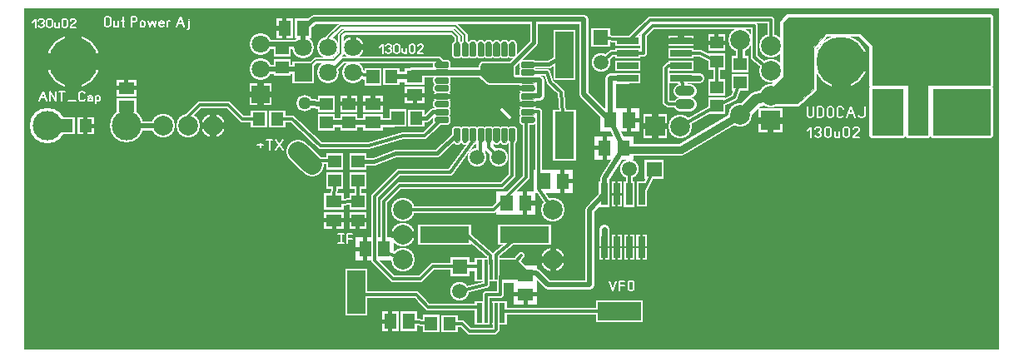
<source format=gbr>
%FSLAX34Y34*%
%MOMM*%
%LNCOPPER_TOP*%
G71*
G01*
%ADD10C, 0.002*%
%ADD11C, 5.400*%
%ADD12C, 2.400*%
%ADD13R, 3.300X2.200*%
%ADD14R, 2.800X3.300*%
%ADD15C, 0.700*%
%ADD16R, 2.600X1.100*%
%ADD17C, 1.400*%
%ADD18C, 0.900*%
%ADD19R, 1.000X2.400*%
%ADD20R, 0.700X2.400*%
%ADD21R, 5.400X2.100*%
%ADD22C, 1.900*%
%ADD23C, 1.000*%
%ADD24C, 0.500*%
%ADD25C, 1.100*%
%ADD26R, 2.000X1.700*%
%ADD27C, 1.600*%
%ADD28C, 2.200*%
%ADD29C, 0.600*%
%ADD30R, 1.700X1.800*%
%ADD31C, 3.600*%
%ADD32C, 3.400*%
%ADD33R, 2.100X2.400*%
%ADD34R, 1.800X1.700*%
%ADD35R, 2.400X2.100*%
%ADD36R, 2.300X5.200*%
%ADD37C, 0.800*%
%ADD38C, 0.175*%
%ADD39C, 2.400*%
%ADD40C, 1.680*%
%ADD41R, 2.300X4.800*%
%ADD42R, 4.800X2.300*%
%ADD43C, 0.159*%
%ADD44C, 0.191*%
%ADD45R, 1.100X2.600*%
%ADD46C, 1.280*%
%ADD47R, 1.700X2.000*%
%ADD48C, 0.300*%
%ADD49C, 1.200*%
%ADD50C, 0.400*%
%ADD51R, 0.900X0.900*%
%ADD52C, 1.667*%
%ADD53C, 2.000*%
%ADD54C, 0.667*%
%ADD55C, 0.649*%
%ADD56C, 0.433*%
%ADD57C, 0.233*%
%ADD58C, 0.245*%
%ADD59C, 5.000*%
%ADD60C, 2.000*%
%ADD61R, 2.000X2.500*%
%ADD62C, 0.100*%
%ADD63R, 2.200X0.700*%
%ADD64R, 0.600X2.000*%
%ADD65R, 0.300X2.000*%
%ADD66R, 5.000X1.700*%
%ADD67C, 1.500*%
%ADD68R, 1.600X1.300*%
%ADD69C, 1.800*%
%ADD70C, 0.200*%
%ADD71R, 1.300X1.400*%
%ADD72C, 3.000*%
%ADD73R, 1.300X1.600*%
%ADD74R, 1.400X1.300*%
%ADD75R, 1.900X4.800*%
%ADD76R, 1.900X4.400*%
%ADD77R, 4.400X1.900*%
%ADD78R, 0.700X2.200*%
%ADD79C, 0.000*%
%ADD80R, 0.500X0.500*%
%LPD*%
G54D10*
X792Y-396D02*
X990792Y-396D01*
X990792Y-346396D01*
X792Y-346396D01*
X792Y-396D01*
G36*
X792Y-396D02*
X990792Y-396D01*
X990792Y-346396D01*
X792Y-346396D01*
X792Y-396D01*
G37*
%LPC*%
X50402Y-54371D02*
G54D11*
D03*
X831451Y-54371D02*
G54D11*
D03*
G36*
X747617Y-126298D02*
X747617Y-102298D01*
X771617Y-102298D01*
X771617Y-126298D01*
X747617Y-126298D01*
G37*
X759618Y-88898D02*
G54D12*
D03*
X759618Y-63498D02*
G54D12*
D03*
X759618Y-38098D02*
G54D12*
D03*
X386157Y-205184D02*
G54D12*
D03*
X538557Y-205184D02*
G54D12*
D03*
X386157Y-230584D02*
G54D12*
D03*
X538557Y-255984D02*
G54D12*
D03*
X386157Y-255984D02*
G54D12*
D03*
X909741Y-37565D02*
G54D13*
D03*
X909636Y-95250D02*
G54D14*
D03*
G36*
X921036Y-78750D02*
X949036Y-78749D01*
X949036Y-111749D01*
X921036Y-111750D01*
X921036Y-78750D01*
G37*
X884236Y-95250D02*
G54D14*
D03*
G36*
X925512Y-128588D02*
X982662Y-128588D01*
X982662Y-82550D01*
X925512Y-82550D01*
X925512Y-128588D01*
G37*
G54D15*
X925512Y-128588D02*
X982662Y-128588D01*
X982662Y-82550D01*
X925512Y-82550D01*
X925512Y-128588D01*
X668732Y-71833D02*
G54D16*
D03*
X668732Y-59133D02*
G54D16*
D03*
X668733Y-46433D02*
G54D16*
D03*
X668732Y-33733D02*
G54D16*
D03*
X614733Y-33733D02*
G54D16*
D03*
X614732Y-46433D02*
G54D16*
D03*
X614732Y-59133D02*
G54D16*
D03*
X614733Y-71833D02*
G54D16*
D03*
G54D17*
X667304Y-83739D02*
X677304Y-83739D01*
G54D17*
X667304Y-98039D02*
X677304Y-98039D01*
G54D15*
X668336Y-59133D02*
X655635Y-59133D01*
X653651Y-61117D01*
X653651Y-95645D01*
X656032Y-98026D01*
X669526Y-98039D01*
G54D18*
X672561Y-83627D02*
X672305Y-83739D01*
G54D15*
X470103Y-300476D02*
X470103Y-291348D01*
X485184Y-291348D01*
X485184Y-272695D01*
X486772Y-310002D02*
G54D19*
D03*
X480184Y-310002D02*
G54D20*
D03*
X475184Y-310002D02*
G54D20*
D03*
X470184Y-310001D02*
G54D20*
D03*
X480184Y-266001D02*
G54D20*
D03*
X475184Y-266001D02*
G54D20*
D03*
X470184Y-266001D02*
G54D20*
D03*
X463753Y-310002D02*
G54D19*
D03*
X486772Y-265949D02*
G54D19*
D03*
X463753Y-265949D02*
G54D19*
D03*
X509468Y-230264D02*
G54D21*
D03*
X427712Y-230264D02*
G54D21*
D03*
G54D18*
X668732Y-71833D02*
X672304Y-83739D01*
G54D15*
X614732Y-46433D02*
X630633Y-46433D01*
X630633Y-26986D01*
X639364Y-18255D01*
X742949Y-18255D01*
X742948Y-50402D01*
X759618Y-63498D01*
G54D15*
X759618Y-38892D02*
X759617Y-12302D01*
X636983Y-12302D01*
X614733Y-34527D01*
G54D18*
X443705Y-263126D02*
X463709Y-263126D01*
G54D15*
X470295Y-275033D02*
X470295Y-281383D01*
X443705Y-288527D01*
G54D15*
X427712Y-230264D02*
X450133Y-230264D01*
X475058Y-251617D01*
X475058Y-259952D01*
G54D15*
X480217Y-259952D02*
X480217Y-251220D01*
X504427Y-231376D01*
G54D18*
X464614Y-127838D02*
X464614Y-153715D01*
X461168Y-152002D01*
G36*
X434205Y-253626D02*
X453205Y-253626D01*
X453205Y-272626D01*
X434205Y-272626D01*
X434205Y-253626D01*
G37*
X443705Y-288527D02*
G54D22*
D03*
G54D15*
X496614Y-127838D02*
X497011Y-170530D01*
X486567Y-180973D01*
X382586Y-180973D01*
X366710Y-196849D01*
X366711Y-247253D01*
X386157Y-255984D01*
G54D15*
X386157Y-205184D02*
X435768Y-205184D01*
X478233Y-205183D01*
X511174Y-172242D01*
X511174Y-113397D01*
X511114Y-113338D01*
G54D15*
X538557Y-205184D02*
X523874Y-184148D01*
X523874Y-105567D01*
X511343Y-105567D01*
X511114Y-105338D01*
G36*
X596465Y-39590D02*
X577465Y-39590D01*
X577465Y-20590D01*
X596465Y-20590D01*
X596465Y-39590D01*
G37*
X586965Y-55490D02*
G54D22*
D03*
G54D15*
X614732Y-46433D02*
X598089Y-46434D01*
X586965Y-55490D01*
G54D15*
X614733Y-33733D02*
X587290Y-29764D01*
G54D23*
X394828Y-65422D02*
X465388Y-65338D01*
X473470Y-73420D01*
X510800Y-73420D01*
G54D18*
X511114Y-73338D02*
X524667Y-73420D01*
X524667Y-89295D01*
X511114Y-89338D01*
G54D24*
X496092Y-81358D02*
X511114Y-81338D01*
G54D24*
X530620Y-97630D02*
X495298Y-97630D01*
G54D24*
X437752Y-89692D02*
X425052Y-89692D01*
X413145Y-89692D01*
G54D25*
X614733Y-71833D02*
X596502Y-71833D01*
X596502Y-113901D01*
X398040Y-69476D02*
G54D26*
D03*
X398040Y-88476D02*
G54D26*
D03*
G54D18*
X503956Y-269770D02*
X521389Y-269770D01*
X533002Y-281383D01*
X575070Y-281383D01*
X575070Y-204786D01*
X590548Y-189283D01*
X590548Y-173036D01*
X609996Y-142476D01*
X596502Y-113901D01*
G54D27*
X759618Y-88898D02*
X744536Y-92470D01*
X728339Y-109004D01*
G36*
X273412Y-54422D02*
X295412Y-54422D01*
X295412Y-76422D01*
X273412Y-76422D01*
X273412Y-54422D01*
G37*
X284412Y-40022D02*
G54D28*
D03*
X309812Y-65422D02*
G54D28*
D03*
X309812Y-40022D02*
G54D28*
D03*
X335212Y-65422D02*
G54D28*
D03*
X335212Y-40022D02*
G54D28*
D03*
X483392Y-152002D02*
G54D22*
D03*
G54D18*
X472614Y-127838D02*
X472614Y-141621D01*
X483392Y-152002D01*
G54D29*
X440614Y-42838D02*
X440904Y-29344D01*
X435767Y-24208D01*
X326230Y-24208D01*
X322658Y-27780D01*
X322658Y-46036D01*
X315911Y-52783D01*
X297052Y-52783D01*
X284412Y-65422D01*
G54D29*
X309812Y-40022D02*
X309812Y-30307D01*
X322261Y-17858D01*
X439339Y-17858D01*
X448467Y-26986D01*
X448614Y-42838D01*
G54D15*
X309812Y-65422D02*
X315911Y-61911D01*
X325039Y-52783D01*
X421956Y-52783D01*
X426114Y-56941D01*
G54D18*
X284161Y-39687D02*
X284162Y-20638D01*
X295274Y-11112D01*
X569911Y-11112D01*
X569911Y-87312D01*
X596898Y-114300D01*
G36*
X346751Y-60849D02*
X363751Y-60849D01*
X363751Y-78849D01*
X346751Y-78849D01*
X346751Y-60849D01*
G37*
X374251Y-69849D02*
G54D30*
D03*
G54D18*
X335212Y-65422D02*
X355251Y-69849D01*
G54D25*
X374251Y-69849D02*
X397642Y-69874D01*
X398040Y-69476D01*
X24376Y-119458D02*
G54D31*
D03*
X104376Y-119458D02*
G54D32*
D03*
X142080Y-119458D02*
G54D12*
D03*
X167480Y-119458D02*
G54D12*
D03*
X192880Y-119458D02*
G54D12*
D03*
X104353Y-100382D02*
G54D26*
D03*
X104353Y-81383D02*
G54D26*
D03*
G54D18*
X104377Y-119458D02*
X142080Y-119458D01*
X596502Y-113901D02*
G54D33*
D03*
G36*
X605002Y-101902D02*
X626002Y-101901D01*
X626002Y-125901D01*
X605002Y-125902D01*
X605002Y-101902D01*
G37*
G36*
X654218Y-108116D02*
X654218Y-132116D01*
X630218Y-132116D01*
X630218Y-108116D01*
X654218Y-108116D01*
G37*
X667617Y-120117D02*
G54D12*
D03*
G54D15*
X258762Y-112712D02*
X273049Y-112712D01*
X301624Y-139700D01*
X350836Y-139700D01*
X385762Y-130175D01*
X407986Y-130175D01*
X425449Y-112712D01*
X258313Y-112711D02*
G54D30*
D03*
X239313Y-112711D02*
G54D30*
D03*
X461168Y-152002D02*
G54D22*
D03*
G54D15*
X443705Y-263126D02*
X416320Y-263126D01*
X403620Y-275826D01*
X375839Y-275826D01*
X356789Y-256776D01*
X356789Y-191689D01*
X381792Y-166686D01*
X434181Y-166686D01*
X456404Y-136921D01*
X456614Y-127838D01*
X308070Y-116534D02*
G54D34*
D03*
X308070Y-97534D02*
G54D34*
D03*
X44052Y-119855D02*
G54D30*
D03*
X63051Y-119854D02*
G54D30*
D03*
X331088Y-116586D02*
G54D34*
D03*
X331087Y-97586D02*
G54D34*
D03*
G54D18*
X355599Y-115888D02*
X331786Y-115888D01*
X307974Y-115888D01*
X339698Y-175392D02*
G54D34*
D03*
X339698Y-156392D02*
G54D34*
D03*
X510356Y-272279D02*
G54D35*
D03*
X510356Y-291279D02*
G54D35*
D03*
G54D25*
X486885Y-273428D02*
X505935Y-273428D01*
G36*
X538461Y-103280D02*
X561461Y-103280D01*
X561462Y-155280D01*
X538462Y-155280D01*
X538461Y-103280D01*
G37*
X549962Y-47524D02*
G54D36*
D03*
G54D37*
X511114Y-57338D02*
X534195Y-57338D01*
X549962Y-47524D01*
G54D15*
X511114Y-65338D02*
X532460Y-65338D01*
X535915Y-75702D01*
X546892Y-85723D01*
X550067Y-129175D01*
X549962Y-129280D01*
X355296Y-116585D02*
G54D26*
D03*
X355296Y-97585D02*
G54D26*
D03*
X609996Y-142476D02*
G54D33*
D03*
X590997Y-142476D02*
G54D33*
D03*
G54D38*
X16048Y-94614D02*
X19715Y-84836D01*
X23382Y-94614D01*
G54D38*
X17515Y-90947D02*
X21915Y-90947D01*
G54D38*
X26803Y-94614D02*
X26803Y-84836D01*
X32670Y-94614D01*
X32670Y-84836D01*
G54D38*
X39026Y-94614D02*
X39026Y-84836D01*
G54D38*
X36092Y-84836D02*
X41959Y-84836D01*
G54D38*
X45381Y-94614D02*
X52714Y-94614D01*
G54D38*
X62003Y-92781D02*
X61269Y-94003D01*
X59803Y-94614D01*
X58336Y-94614D01*
X56869Y-94003D01*
X56136Y-92781D01*
X56136Y-86670D01*
X56869Y-85447D01*
X58336Y-84836D01*
X59803Y-84836D01*
X61269Y-85447D01*
X62003Y-86670D01*
G54D38*
X65425Y-89725D02*
X66892Y-89114D01*
X68652Y-89114D01*
X69825Y-90336D01*
X69825Y-94614D01*
G54D38*
X69825Y-92781D02*
X69092Y-91559D01*
X67625Y-91314D01*
X66158Y-91559D01*
X65425Y-92781D01*
X65718Y-94003D01*
X66892Y-94614D01*
X67625Y-94614D01*
X67918Y-94614D01*
X69092Y-94003D01*
X69825Y-92781D01*
G54D38*
X73247Y-89114D02*
X73247Y-97059D01*
G54D38*
X73247Y-92781D02*
X73980Y-94370D01*
X75447Y-94614D01*
X76914Y-94370D01*
X77647Y-93147D01*
X77647Y-90703D01*
X76914Y-89481D01*
X75447Y-89114D01*
X73980Y-89481D01*
X73247Y-90947D01*
G54D38*
X88193Y-10867D02*
X88193Y-16978D01*
X87460Y-18200D01*
X85993Y-18811D01*
X84526Y-18811D01*
X83060Y-18200D01*
X82326Y-16978D01*
X82326Y-10867D01*
X83060Y-9644D01*
X84526Y-9033D01*
X85993Y-9033D01*
X87460Y-9644D01*
X88193Y-10867D01*
G54D38*
X96015Y-13311D02*
X96015Y-18811D01*
G54D38*
X96015Y-17589D02*
X95282Y-18567D01*
X93815Y-18811D01*
X92349Y-18567D01*
X91615Y-17589D01*
X91615Y-13311D01*
G54D38*
X100904Y-9033D02*
X100904Y-18200D01*
X101637Y-18811D01*
X102371Y-18567D01*
G54D38*
X99437Y-13311D02*
X102371Y-13311D01*
G54D38*
X109361Y-18811D02*
X109361Y-9033D01*
X113028Y-9033D01*
X114495Y-9644D01*
X115228Y-10867D01*
X115228Y-12089D01*
X114495Y-13311D01*
X113028Y-13922D01*
X109361Y-13922D01*
G54D38*
X123050Y-17344D02*
X123050Y-14900D01*
X122317Y-13678D01*
X120850Y-13311D01*
X119384Y-13678D01*
X118650Y-14900D01*
X118650Y-17344D01*
X119384Y-18567D01*
X120850Y-18811D01*
X122317Y-18567D01*
X123050Y-17344D01*
G54D38*
X126472Y-13311D02*
X128672Y-18811D01*
X130872Y-13311D01*
X133072Y-18811D01*
X134539Y-13311D01*
G54D38*
X142361Y-18200D02*
X141188Y-18811D01*
X139721Y-18811D01*
X138255Y-18200D01*
X137961Y-16978D01*
X137961Y-14900D01*
X138695Y-13678D01*
X140161Y-13311D01*
X141628Y-13678D01*
X142361Y-14533D01*
X142361Y-15755D01*
X137961Y-15755D01*
G54D38*
X145783Y-18811D02*
X145783Y-13311D01*
G54D38*
X145783Y-14533D02*
X147250Y-13311D01*
X148717Y-13311D01*
G54D38*
X155707Y-18811D02*
X159374Y-9033D01*
X163041Y-18811D01*
G54D38*
X157174Y-15144D02*
X161574Y-15144D01*
G54D38*
X167929Y-11478D02*
X167929Y-11478D01*
G54D38*
X166462Y-21255D02*
X167196Y-21255D01*
X167929Y-20278D01*
X167929Y-13311D01*
G54D39*
X293216Y-159867D02*
X279073Y-145725D01*
X316707Y-156367D02*
G54D34*
D03*
X316707Y-175367D02*
G54D34*
D03*
X339724Y-196900D02*
G54D34*
D03*
X339724Y-215899D02*
G54D34*
D03*
X315911Y-196898D02*
G54D26*
D03*
X315911Y-215898D02*
G54D26*
D03*
G54D38*
X237901Y-139549D02*
X243768Y-139549D01*
G54D38*
X240835Y-137104D02*
X240835Y-141993D01*
G54D38*
X250124Y-143827D02*
X250124Y-134049D01*
G54D38*
X247190Y-134049D02*
X253057Y-134049D01*
G54D38*
X256479Y-134049D02*
X263813Y-143827D01*
G54D38*
X256479Y-143827D02*
X263813Y-134049D01*
X968374Y-95250D02*
G54D40*
D03*
X286145Y-97232D02*
G54D40*
D03*
G54D15*
X339724Y-196900D02*
X339698Y-175392D01*
G54D15*
X339724Y-196900D02*
X316281Y-197268D01*
X315911Y-196898D01*
X315916Y-176158D01*
X316707Y-175367D01*
G54D15*
X316707Y-156367D02*
X293288Y-154780D01*
G54D18*
X286145Y-97232D02*
X308070Y-97534D01*
X338533Y-289320D02*
G54D41*
D03*
G54D15*
X463945Y-304402D02*
X411558Y-304402D01*
X399254Y-291701D01*
X338533Y-291701D01*
X605630Y-308370D02*
G54D42*
D03*
G54D15*
X486964Y-308370D02*
X605233Y-308370D01*
X606820Y-309958D01*
G54D37*
X339723Y-156366D02*
X355995Y-156366D01*
X378220Y-148032D01*
X420289Y-148032D01*
X440530Y-127792D01*
G54D15*
X239712Y-112712D02*
X222249Y-112712D01*
X207962Y-98425D01*
X179386Y-98425D01*
X166686Y-111125D01*
X166686Y-119062D01*
G54D43*
X8730Y-14287D02*
X12063Y-10953D01*
X12063Y-19842D01*
G54D43*
X15174Y-12620D02*
X15840Y-11509D01*
X17174Y-10953D01*
X18507Y-10953D01*
X19840Y-11509D01*
X20507Y-12620D01*
X20507Y-13731D01*
X19840Y-14842D01*
X18507Y-15398D01*
X19840Y-15953D01*
X20507Y-17064D01*
X20507Y-18175D01*
X19840Y-19287D01*
X18507Y-19842D01*
X17174Y-19842D01*
X15840Y-19287D01*
X15174Y-18175D01*
G54D43*
X28951Y-12620D02*
X28951Y-18175D01*
X28284Y-19287D01*
X26951Y-19842D01*
X25618Y-19842D01*
X24284Y-19287D01*
X23618Y-18175D01*
X23618Y-12620D01*
X24284Y-11509D01*
X25618Y-10953D01*
X26951Y-10953D01*
X28284Y-11509D01*
X28951Y-12620D01*
G54D43*
X36062Y-14842D02*
X36062Y-19842D01*
G54D43*
X36062Y-18731D02*
X35395Y-19620D01*
X34062Y-19842D01*
X32728Y-19620D01*
X32062Y-18731D01*
X32062Y-14842D01*
G54D43*
X44506Y-12620D02*
X44506Y-18175D01*
X43839Y-19287D01*
X42506Y-19842D01*
X41173Y-19842D01*
X39839Y-19287D01*
X39173Y-18175D01*
X39173Y-12620D01*
X39839Y-11509D01*
X41173Y-10953D01*
X42506Y-10953D01*
X43839Y-11509D01*
X44506Y-12620D01*
G54D43*
X52950Y-19842D02*
X47617Y-19842D01*
X47617Y-19287D01*
X48283Y-18175D01*
X52283Y-14842D01*
X52950Y-13731D01*
X52950Y-12620D01*
X52283Y-11509D01*
X50950Y-10953D01*
X49617Y-10953D01*
X48283Y-11509D01*
X47617Y-12620D01*
G54D43*
X361948Y-40083D02*
X365282Y-36750D01*
X365282Y-45639D01*
G54D43*
X368392Y-38417D02*
X369059Y-37306D01*
X370392Y-36750D01*
X371726Y-36750D01*
X373059Y-37306D01*
X373726Y-38417D01*
X373726Y-39528D01*
X373059Y-40639D01*
X371726Y-41195D01*
X373059Y-41750D01*
X373726Y-42861D01*
X373726Y-43972D01*
X373059Y-45083D01*
X371726Y-45639D01*
X370392Y-45639D01*
X369059Y-45083D01*
X368392Y-43972D01*
G54D43*
X382170Y-38417D02*
X382170Y-43972D01*
X381503Y-45083D01*
X380170Y-45639D01*
X378836Y-45639D01*
X377503Y-45083D01*
X376836Y-43972D01*
X376836Y-38417D01*
X377503Y-37306D01*
X378836Y-36750D01*
X380170Y-36750D01*
X381503Y-37306D01*
X382170Y-38417D01*
G54D43*
X389280Y-40639D02*
X389280Y-45639D01*
G54D43*
X389280Y-44528D02*
X388614Y-45417D01*
X387280Y-45639D01*
X385947Y-45417D01*
X385280Y-44528D01*
X385280Y-40639D01*
G54D43*
X397725Y-38417D02*
X397725Y-43972D01*
X397058Y-45083D01*
X395725Y-45639D01*
X394392Y-45639D01*
X393058Y-45083D01*
X392392Y-43972D01*
X392392Y-38417D01*
X393058Y-37306D01*
X394392Y-36750D01*
X395725Y-36750D01*
X397058Y-37306D01*
X397725Y-38417D01*
G54D43*
X406169Y-45639D02*
X400836Y-45639D01*
X400836Y-45083D01*
X401502Y-43972D01*
X405502Y-40639D01*
X406169Y-39528D01*
X406169Y-38417D01*
X405502Y-37306D01*
X404169Y-36750D01*
X402836Y-36750D01*
X401502Y-37306D01*
X400836Y-38417D01*
G54D44*
X796924Y-125095D02*
X800924Y-121095D01*
X800924Y-131762D01*
G54D44*
X804656Y-123095D02*
X805456Y-121762D01*
X807056Y-121095D01*
X808656Y-121095D01*
X810256Y-121762D01*
X811056Y-123095D01*
X811056Y-124429D01*
X810256Y-125762D01*
X808656Y-126429D01*
X810256Y-127095D01*
X811056Y-128429D01*
X811056Y-129762D01*
X810256Y-131095D01*
X808656Y-131762D01*
X807056Y-131762D01*
X805456Y-131095D01*
X804656Y-129762D01*
G54D44*
X821190Y-123095D02*
X821190Y-129762D01*
X820390Y-131095D01*
X818790Y-131762D01*
X817190Y-131762D01*
X815590Y-131095D01*
X814790Y-129762D01*
X814790Y-123095D01*
X815590Y-121762D01*
X817190Y-121095D01*
X818790Y-121095D01*
X820390Y-121762D01*
X821190Y-123095D01*
G54D44*
X829722Y-125762D02*
X829722Y-131762D01*
G54D44*
X829722Y-130429D02*
X828922Y-131495D01*
X827322Y-131762D01*
X825722Y-131495D01*
X824922Y-130429D01*
X824922Y-125762D01*
G54D44*
X839856Y-123095D02*
X839856Y-129762D01*
X839056Y-131095D01*
X837456Y-131762D01*
X835856Y-131762D01*
X834256Y-131095D01*
X833456Y-129762D01*
X833456Y-123095D01*
X834256Y-121762D01*
X835856Y-121095D01*
X837456Y-121095D01*
X839056Y-121762D01*
X839856Y-123095D01*
G54D44*
X849988Y-131762D02*
X843588Y-131762D01*
X843588Y-131095D01*
X844388Y-129762D01*
X849188Y-125762D01*
X849988Y-124429D01*
X849988Y-123095D01*
X849188Y-121762D01*
X847588Y-121095D01*
X845988Y-121095D01*
X844388Y-121762D01*
X843588Y-123095D01*
G36*
X229975Y-98672D02*
X229975Y-76672D01*
X251975Y-76672D01*
X251975Y-98672D01*
X229975Y-98672D01*
G37*
X240975Y-62272D02*
G54D28*
D03*
X240975Y-36872D02*
G54D28*
D03*
G54D18*
X240975Y-36872D02*
X284412Y-36847D01*
G54D18*
X240975Y-62272D02*
X284412Y-62247D01*
X704547Y-54277D02*
G54D34*
D03*
X704547Y-35277D02*
G54D34*
D03*
X704574Y-99493D02*
G54D34*
D03*
X704574Y-80493D02*
G54D34*
D03*
G54D15*
X668733Y-46433D02*
X687833Y-46433D01*
X704547Y-54277D01*
X728758Y-56655D02*
G54D34*
D03*
X728758Y-75655D02*
G54D34*
D03*
G54D15*
X704574Y-99493D02*
X667617Y-120117D01*
G54D15*
X704574Y-80493D02*
X704547Y-54277D01*
X728339Y-32805D02*
G54D12*
D03*
X728339Y-109004D02*
G54D12*
D03*
G54D15*
X704574Y-99493D02*
X722708Y-90883D01*
X727942Y-76472D01*
G54D18*
X728361Y-56655D02*
X728361Y-32827D01*
G36*
X982662Y-9525D02*
X777874Y-9525D01*
X773112Y-15875D01*
X773112Y-69850D01*
X761999Y-80962D01*
X761999Y-96838D01*
X787399Y-96838D01*
X803274Y-82550D01*
X803274Y-39688D01*
X815974Y-25400D01*
X850899Y-25400D01*
X863599Y-38100D01*
X863599Y-77788D01*
X982662Y-77788D01*
X982662Y-9525D01*
G37*
G54D15*
X982662Y-9525D02*
X777874Y-9525D01*
X773112Y-15875D01*
X773112Y-69850D01*
X761999Y-80962D01*
X761999Y-96838D01*
X787399Y-96838D01*
X803274Y-82550D01*
X803274Y-39688D01*
X815974Y-25400D01*
X850899Y-25400D01*
X863599Y-38100D01*
X863599Y-77788D01*
X982662Y-77788D01*
X982662Y-9525D01*
G54D44*
X796924Y-100458D02*
X796924Y-109124D01*
X797724Y-110458D01*
X799324Y-111124D01*
X800924Y-111124D01*
X802524Y-110458D01*
X803324Y-109124D01*
X803324Y-100458D01*
G54D44*
X807056Y-111124D02*
X807056Y-100458D01*
X811056Y-100458D01*
X812656Y-101124D01*
X813456Y-102458D01*
X813456Y-109124D01*
X812656Y-110458D01*
X811056Y-111124D01*
X807056Y-111124D01*
G54D44*
X823590Y-102458D02*
X823590Y-109124D01*
X822790Y-110458D01*
X821190Y-111124D01*
X819590Y-111124D01*
X817990Y-110458D01*
X817190Y-109124D01*
X817190Y-102458D01*
X817990Y-101124D01*
X819590Y-100458D01*
X821190Y-100458D01*
X822790Y-101124D01*
X823590Y-102458D01*
G54D44*
X833722Y-109124D02*
X832922Y-110458D01*
X831322Y-111124D01*
X829722Y-111124D01*
X828122Y-110458D01*
X827322Y-109124D01*
X827322Y-102458D01*
X828122Y-101124D01*
X829722Y-100458D01*
X831322Y-100458D01*
X832922Y-101124D01*
X833722Y-102458D01*
G54D44*
X837456Y-111124D02*
X841456Y-100458D01*
X845456Y-111124D01*
G54D44*
X839056Y-107124D02*
X843856Y-107124D01*
G54D44*
X855588Y-100458D02*
X855588Y-109124D01*
X854788Y-110458D01*
X853188Y-111124D01*
X851588Y-111124D01*
X849988Y-110458D01*
X849188Y-109124D01*
G54D38*
X320054Y-239474D02*
X325921Y-239474D01*
G54D38*
X322988Y-239474D02*
X322988Y-229696D01*
G54D38*
X320054Y-229696D02*
X325921Y-229696D01*
G54D38*
X329343Y-239474D02*
X329343Y-229696D01*
X334477Y-229696D01*
G54D38*
X329343Y-234585D02*
X334477Y-234585D01*
G54D38*
X595486Y-277718D02*
X599152Y-287495D01*
X602819Y-277718D01*
G54D38*
X606241Y-287495D02*
X606241Y-277718D01*
X611374Y-277718D01*
G54D38*
X606241Y-282606D02*
X611374Y-282606D01*
G54D38*
X620662Y-279551D02*
X620662Y-285662D01*
X619929Y-286884D01*
X618462Y-287495D01*
X616996Y-287495D01*
X615529Y-286884D01*
X614796Y-285662D01*
X614796Y-279551D01*
X615529Y-278329D01*
X616996Y-277718D01*
X618462Y-277718D01*
X619929Y-278329D01*
X620662Y-279551D01*
X590548Y-243283D02*
G54D45*
D03*
X603249Y-243283D02*
G54D45*
D03*
X615948Y-243283D02*
G54D45*
D03*
G36*
X623148Y-230282D02*
X634148Y-230282D01*
X634150Y-256282D01*
X623150Y-256282D01*
X623148Y-230282D01*
G37*
X628648Y-189283D02*
G54D45*
D03*
G36*
X610448Y-176283D02*
X621448Y-176282D01*
X621449Y-202282D01*
X610449Y-202283D01*
X610448Y-176283D01*
G37*
X603248Y-189283D02*
G54D45*
D03*
G36*
X585048Y-176283D02*
X596048Y-176283D01*
X596049Y-202283D01*
X585049Y-202283D01*
X585048Y-176283D01*
G37*
G36*
X631680Y-173564D02*
X631680Y-154564D01*
X650680Y-154564D01*
X650680Y-173564D01*
X631680Y-173564D01*
G37*
X615780Y-164064D02*
G54D22*
D03*
G54D15*
X628648Y-189283D02*
X641180Y-164064D01*
G54D15*
X615948Y-189283D02*
X615780Y-164064D01*
X417114Y-39686D02*
G54D46*
D03*
X555623Y-323848D02*
G54D46*
D03*
X314323Y-316704D02*
G54D46*
D03*
X642142Y-101598D02*
G54D46*
D03*
X573483Y-175020D02*
G54D46*
D03*
G36*
X372101Y-102918D02*
X389101Y-102918D01*
X389102Y-120918D01*
X372102Y-120918D01*
X372101Y-102918D01*
G37*
X399601Y-111918D02*
G54D30*
D03*
G54D18*
X355296Y-116585D02*
X375935Y-116585D01*
X380601Y-111918D01*
G54D37*
X399601Y-111918D02*
X409572Y-111918D01*
X415923Y-105568D01*
X425884Y-105568D01*
X426114Y-105338D01*
G54D37*
X480217Y-73420D02*
X519111Y-34924D01*
X519110Y-10714D01*
G36*
X473470Y-73420D02*
X465785Y-65735D01*
X465785Y-59277D01*
X467120Y-57942D01*
X496488Y-57942D01*
X496488Y-69848D01*
X500061Y-73420D01*
X473470Y-73420D01*
G37*
G54D15*
X473470Y-73420D02*
X465785Y-65735D01*
X465785Y-59277D01*
X467120Y-57942D01*
X496488Y-57942D01*
X496488Y-69848D01*
X500061Y-73420D01*
X473470Y-73420D01*
X391689Y-318714D02*
G54D47*
D03*
X372690Y-318714D02*
G54D47*
D03*
G36*
X405835Y-312071D02*
X422835Y-312071D01*
X422836Y-330071D01*
X405836Y-330071D01*
X405835Y-312071D01*
G37*
X433335Y-321071D02*
G54D30*
D03*
G54D15*
X414335Y-321071D02*
X391689Y-318714D01*
G54D15*
X433335Y-321071D02*
X445689Y-321071D01*
X453229Y-328611D01*
X478629Y-328611D01*
X480216Y-327024D01*
X480216Y-317499D01*
G36*
X486963Y-273446D02*
X510379Y-273446D01*
X510379Y-266699D01*
X501251Y-257571D01*
X486963Y-257571D01*
X486963Y-273446D01*
G37*
G54D15*
X486963Y-273446D02*
X510379Y-273446D01*
X510379Y-266699D01*
X501251Y-257571D01*
X486963Y-257571D01*
X486963Y-273446D01*
G36*
X518535Y-164210D02*
X539535Y-164210D01*
X539536Y-188210D01*
X518536Y-188210D01*
X518535Y-164210D01*
G37*
X548035Y-176210D02*
G54D33*
D03*
G36*
X480435Y-186435D02*
X501435Y-186435D01*
X501436Y-210435D01*
X480436Y-210435D01*
X480435Y-186435D01*
G37*
X509935Y-198435D02*
G54D33*
D03*
X366266Y-245267D02*
G54D33*
D03*
X347266Y-245267D02*
G54D33*
D03*
G54D48*
X494504Y-111123D02*
X486567Y-103185D01*
G54D23*
X686989Y-71832D02*
X671908Y-71832D01*
G54D23*
X590549Y-240504D02*
X590549Y-225422D01*
G54D49*
X610393Y-144064D02*
X668733Y-144064D01*
X728339Y-109004D01*
G54D15*
X500854Y-257570D02*
X506411Y-252013D01*
G36*
X519614Y-114338D02*
X517614Y-116338D01*
X506614Y-116338D01*
X505614Y-115338D01*
X505614Y-111338D01*
X506614Y-110338D01*
X517614Y-110338D01*
X519614Y-112338D01*
X519614Y-114338D01*
G37*
G54D50*
X519614Y-114338D02*
X517614Y-116338D01*
X506614Y-116338D01*
X505614Y-115338D01*
X505614Y-111338D01*
X506614Y-110338D01*
X517614Y-110338D01*
X519614Y-112338D01*
X519614Y-114338D01*
G36*
X519614Y-106338D02*
X517614Y-108338D01*
X506614Y-108338D01*
X505614Y-107338D01*
X505614Y-103338D01*
X506614Y-102338D01*
X517614Y-102338D01*
X519614Y-104338D01*
X519614Y-106338D01*
G37*
G54D50*
X519614Y-106338D02*
X517614Y-108338D01*
X506614Y-108338D01*
X505614Y-107338D01*
X505614Y-103338D01*
X506614Y-102338D01*
X517614Y-102338D01*
X519614Y-104338D01*
X519614Y-106338D01*
X511114Y-113338D02*
G54D51*
D03*
X511114Y-105338D02*
G54D51*
D03*
G36*
X519614Y-98338D02*
X517614Y-100338D01*
X506614Y-100338D01*
X505614Y-99338D01*
X505614Y-95338D01*
X506614Y-94338D01*
X517614Y-94338D01*
X519614Y-96338D01*
X519614Y-98338D01*
G37*
G54D50*
X519614Y-98338D02*
X517614Y-100338D01*
X506614Y-100338D01*
X505614Y-99338D01*
X505614Y-95338D01*
X506614Y-94338D01*
X517614Y-94338D01*
X519614Y-96338D01*
X519614Y-98338D01*
G36*
X519614Y-90338D02*
X517614Y-92338D01*
X506614Y-92338D01*
X505614Y-91338D01*
X505614Y-87338D01*
X506614Y-86338D01*
X517614Y-86338D01*
X519614Y-88338D01*
X519614Y-90338D01*
G37*
G54D50*
X519614Y-90338D02*
X517614Y-92338D01*
X506614Y-92338D01*
X505614Y-91338D01*
X505614Y-87338D01*
X506614Y-86338D01*
X517614Y-86338D01*
X519614Y-88338D01*
X519614Y-90338D01*
X511114Y-97338D02*
G54D51*
D03*
X511114Y-89338D02*
G54D51*
D03*
G36*
X519614Y-82338D02*
X517614Y-84338D01*
X506614Y-84338D01*
X505614Y-83338D01*
X505614Y-79338D01*
X506614Y-78338D01*
X517614Y-78338D01*
X519614Y-80338D01*
X519614Y-82338D01*
G37*
G54D50*
X519614Y-82338D02*
X517614Y-84338D01*
X506614Y-84338D01*
X505614Y-83338D01*
X505614Y-79338D01*
X506614Y-78338D01*
X517614Y-78338D01*
X519614Y-80338D01*
X519614Y-82338D01*
G36*
X519614Y-74338D02*
X517614Y-76338D01*
X506614Y-76338D01*
X505614Y-75338D01*
X505614Y-71338D01*
X506614Y-70338D01*
X517614Y-70338D01*
X519614Y-72338D01*
X519614Y-74338D01*
G37*
G54D50*
X519614Y-74338D02*
X517614Y-76338D01*
X506614Y-76338D01*
X505614Y-75338D01*
X505614Y-71338D01*
X506614Y-70338D01*
X517614Y-70338D01*
X519614Y-72338D01*
X519614Y-74338D01*
X511114Y-81338D02*
G54D51*
D03*
X511114Y-73338D02*
G54D51*
D03*
G36*
X519614Y-66338D02*
X517614Y-68338D01*
X506614Y-68338D01*
X505614Y-67338D01*
X505614Y-63338D01*
X506614Y-62338D01*
X517614Y-62338D01*
X519614Y-64338D01*
X519614Y-66338D01*
G37*
G54D50*
X519614Y-66338D02*
X517614Y-68338D01*
X506614Y-68338D01*
X505614Y-67338D01*
X505614Y-63338D01*
X506614Y-62338D01*
X517614Y-62338D01*
X519614Y-64338D01*
X519614Y-66338D01*
G36*
X519614Y-58338D02*
X517614Y-60338D01*
X506614Y-60338D01*
X505614Y-59338D01*
X505614Y-55338D01*
X506614Y-54338D01*
X517614Y-54338D01*
X519614Y-56338D01*
X519614Y-58338D01*
G37*
G54D50*
X519614Y-58338D02*
X517614Y-60338D01*
X506614Y-60338D01*
X505614Y-59338D01*
X505614Y-55338D01*
X506614Y-54338D01*
X517614Y-54338D01*
X519614Y-56338D01*
X519614Y-58338D01*
X511114Y-65338D02*
G54D51*
D03*
X511114Y-57338D02*
G54D51*
D03*
G36*
X439614Y-136338D02*
X437614Y-134338D01*
X437614Y-123338D01*
X438614Y-122338D01*
X442614Y-122338D01*
X443614Y-123338D01*
X443614Y-134338D01*
X441614Y-136338D01*
X439614Y-136338D01*
G37*
G54D50*
X439614Y-136338D02*
X437614Y-134338D01*
X437614Y-123338D01*
X438614Y-122338D01*
X442614Y-122338D01*
X443614Y-123338D01*
X443614Y-134338D01*
X441614Y-136338D01*
X439614Y-136338D01*
G36*
X447614Y-136338D02*
X445614Y-134338D01*
X445614Y-123338D01*
X446614Y-122338D01*
X450614Y-122338D01*
X451614Y-123338D01*
X451614Y-134338D01*
X449614Y-136338D01*
X447614Y-136338D01*
G37*
G54D50*
X447614Y-136338D02*
X445614Y-134338D01*
X445614Y-123338D01*
X446614Y-122338D01*
X450614Y-122338D01*
X451614Y-123338D01*
X451614Y-134338D01*
X449614Y-136338D01*
X447614Y-136338D01*
X440614Y-127838D02*
G54D51*
D03*
X448614Y-127838D02*
G54D51*
D03*
G36*
X455614Y-136338D02*
X453614Y-134338D01*
X453614Y-123338D01*
X454614Y-122338D01*
X458614Y-122338D01*
X459614Y-123338D01*
X459614Y-134338D01*
X457614Y-136338D01*
X455614Y-136338D01*
G37*
G54D50*
X455614Y-136338D02*
X453614Y-134338D01*
X453614Y-123338D01*
X454614Y-122338D01*
X458614Y-122338D01*
X459614Y-123338D01*
X459614Y-134338D01*
X457614Y-136338D01*
X455614Y-136338D01*
G36*
X463614Y-136338D02*
X461614Y-134338D01*
X461614Y-123338D01*
X462614Y-122338D01*
X466614Y-122338D01*
X467614Y-123338D01*
X467614Y-134338D01*
X465614Y-136338D01*
X463614Y-136338D01*
G37*
G54D50*
X463614Y-136338D02*
X461614Y-134338D01*
X461614Y-123338D01*
X462614Y-122338D01*
X466614Y-122338D01*
X467614Y-123338D01*
X467614Y-134338D01*
X465614Y-136338D01*
X463614Y-136338D01*
X456614Y-127838D02*
G54D51*
D03*
X464614Y-127838D02*
G54D51*
D03*
G36*
X471614Y-136338D02*
X469614Y-134338D01*
X469614Y-123338D01*
X470614Y-122338D01*
X474614Y-122338D01*
X475614Y-123338D01*
X475614Y-134338D01*
X473614Y-136338D01*
X471614Y-136338D01*
G37*
G54D50*
X471614Y-136338D02*
X469614Y-134338D01*
X469614Y-123338D01*
X470614Y-122338D01*
X474614Y-122338D01*
X475614Y-123338D01*
X475614Y-134338D01*
X473614Y-136338D01*
X471614Y-136338D01*
G36*
X479614Y-136338D02*
X477614Y-134338D01*
X477614Y-123338D01*
X478614Y-122338D01*
X482614Y-122338D01*
X483614Y-123338D01*
X483614Y-134338D01*
X481614Y-136338D01*
X479614Y-136338D01*
G37*
G54D50*
X479614Y-136338D02*
X477614Y-134338D01*
X477614Y-123338D01*
X478614Y-122338D01*
X482614Y-122338D01*
X483614Y-123338D01*
X483614Y-134338D01*
X481614Y-136338D01*
X479614Y-136338D01*
X472614Y-127838D02*
G54D51*
D03*
X480614Y-127838D02*
G54D51*
D03*
G36*
X487614Y-136338D02*
X485614Y-134338D01*
X485614Y-123338D01*
X486614Y-122338D01*
X490614Y-122338D01*
X491614Y-123338D01*
X491614Y-134338D01*
X489614Y-136338D01*
X487614Y-136338D01*
G37*
G54D50*
X487614Y-136338D02*
X485614Y-134338D01*
X485614Y-123338D01*
X486614Y-122338D01*
X490614Y-122338D01*
X491614Y-123338D01*
X491614Y-134338D01*
X489614Y-136338D01*
X487614Y-136338D01*
G36*
X495614Y-136338D02*
X493614Y-134338D01*
X493614Y-123338D01*
X494614Y-122338D01*
X498614Y-122338D01*
X499614Y-123338D01*
X499614Y-134338D01*
X497614Y-136338D01*
X495614Y-136338D01*
G37*
G54D50*
X495614Y-136338D02*
X493614Y-134338D01*
X493614Y-123338D01*
X494614Y-122338D01*
X498614Y-122338D01*
X499614Y-123338D01*
X499614Y-134338D01*
X497614Y-136338D01*
X495614Y-136338D01*
X488614Y-127838D02*
G54D51*
D03*
X496614Y-127838D02*
G54D51*
D03*
G36*
X417614Y-56338D02*
X419614Y-54338D01*
X430614Y-54338D01*
X431614Y-55338D01*
X431614Y-59338D01*
X430614Y-60338D01*
X419614Y-60338D01*
X417614Y-58338D01*
X417614Y-56338D01*
G37*
G54D50*
X417614Y-56338D02*
X419614Y-54338D01*
X430614Y-54338D01*
X431614Y-55338D01*
X431614Y-59338D01*
X430614Y-60338D01*
X419614Y-60338D01*
X417614Y-58338D01*
X417614Y-56338D01*
G36*
X417614Y-64338D02*
X419614Y-62338D01*
X430614Y-62338D01*
X431614Y-63338D01*
X431614Y-67338D01*
X430614Y-68338D01*
X419614Y-68338D01*
X417614Y-66338D01*
X417614Y-64338D01*
G37*
G54D50*
X417614Y-64338D02*
X419614Y-62338D01*
X430614Y-62338D01*
X431614Y-63338D01*
X431614Y-67338D01*
X430614Y-68338D01*
X419614Y-68338D01*
X417614Y-66338D01*
X417614Y-64338D01*
G36*
X421614Y-52838D02*
X430614Y-52838D01*
X430614Y-61838D01*
X421614Y-61838D01*
X421614Y-52838D01*
G37*
G36*
X421614Y-60838D02*
X430614Y-60838D01*
X430614Y-69838D01*
X421614Y-69838D01*
X421614Y-60838D01*
G37*
G36*
X417614Y-72338D02*
X419614Y-70338D01*
X430614Y-70338D01*
X431614Y-71338D01*
X431614Y-75338D01*
X430614Y-76338D01*
X419614Y-76338D01*
X417614Y-74338D01*
X417614Y-72338D01*
G37*
G54D50*
X417614Y-72338D02*
X419614Y-70338D01*
X430614Y-70338D01*
X431614Y-71338D01*
X431614Y-75338D01*
X430614Y-76338D01*
X419614Y-76338D01*
X417614Y-74338D01*
X417614Y-72338D01*
G36*
X417614Y-80338D02*
X419614Y-78338D01*
X430614Y-78338D01*
X431614Y-79338D01*
X431614Y-83338D01*
X430614Y-84338D01*
X419614Y-84338D01*
X417614Y-82338D01*
X417614Y-80338D01*
G37*
G54D50*
X417614Y-80338D02*
X419614Y-78338D01*
X430614Y-78338D01*
X431614Y-79338D01*
X431614Y-83338D01*
X430614Y-84338D01*
X419614Y-84338D01*
X417614Y-82338D01*
X417614Y-80338D01*
X426114Y-73338D02*
G54D51*
D03*
X426114Y-81338D02*
G54D51*
D03*
G36*
X417614Y-88338D02*
X419614Y-86338D01*
X430614Y-86338D01*
X431614Y-87338D01*
X431614Y-91338D01*
X430614Y-92338D01*
X419614Y-92338D01*
X417614Y-90338D01*
X417614Y-88338D01*
G37*
G54D50*
X417614Y-88338D02*
X419614Y-86338D01*
X430614Y-86338D01*
X431614Y-87338D01*
X431614Y-91338D01*
X430614Y-92338D01*
X419614Y-92338D01*
X417614Y-90338D01*
X417614Y-88338D01*
G36*
X417614Y-96338D02*
X419614Y-94338D01*
X430614Y-94338D01*
X431614Y-95338D01*
X431614Y-99338D01*
X430614Y-100338D01*
X419614Y-100338D01*
X417614Y-98338D01*
X417614Y-96338D01*
G37*
G54D50*
X417614Y-96338D02*
X419614Y-94338D01*
X430614Y-94338D01*
X431614Y-95338D01*
X431614Y-99338D01*
X430614Y-100338D01*
X419614Y-100338D01*
X417614Y-98338D01*
X417614Y-96338D01*
X426114Y-89338D02*
G54D51*
D03*
X426114Y-97338D02*
G54D51*
D03*
G36*
X417614Y-104338D02*
X419614Y-102338D01*
X430614Y-102338D01*
X431614Y-103338D01*
X431614Y-107338D01*
X430614Y-108338D01*
X419614Y-108338D01*
X417614Y-106338D01*
X417614Y-104338D01*
G37*
G54D50*
X417614Y-104338D02*
X419614Y-102338D01*
X430614Y-102338D01*
X431614Y-103338D01*
X431614Y-107338D01*
X430614Y-108338D01*
X419614Y-108338D01*
X417614Y-106338D01*
X417614Y-104338D01*
G36*
X417614Y-112338D02*
X419614Y-110338D01*
X430614Y-110338D01*
X431614Y-111338D01*
X431614Y-115338D01*
X430614Y-116338D01*
X419614Y-116338D01*
X417614Y-114338D01*
X417614Y-112338D01*
G37*
G54D50*
X417614Y-112338D02*
X419614Y-110338D01*
X430614Y-110338D01*
X431614Y-111338D01*
X431614Y-115338D01*
X430614Y-116338D01*
X419614Y-116338D01*
X417614Y-114338D01*
X417614Y-112338D01*
G36*
X421614Y-100838D02*
X430614Y-100838D01*
X430614Y-109838D01*
X421614Y-109838D01*
X421614Y-100838D01*
G37*
X426114Y-113338D02*
G54D51*
D03*
G36*
X497614Y-34338D02*
X499614Y-36338D01*
X499614Y-47338D01*
X498614Y-48338D01*
X494614Y-48338D01*
X493614Y-47338D01*
X493614Y-36338D01*
X495614Y-34338D01*
X497614Y-34338D01*
G37*
G54D50*
X497614Y-34338D02*
X499614Y-36338D01*
X499614Y-47338D01*
X498614Y-48338D01*
X494614Y-48338D01*
X493614Y-47338D01*
X493614Y-36338D01*
X495614Y-34338D01*
X497614Y-34338D01*
G36*
X489614Y-34338D02*
X491614Y-36338D01*
X491614Y-47338D01*
X490614Y-48338D01*
X486614Y-48338D01*
X485614Y-47338D01*
X485614Y-36338D01*
X487614Y-34338D01*
X489614Y-34338D01*
G37*
G54D50*
X489614Y-34338D02*
X491614Y-36338D01*
X491614Y-47338D01*
X490614Y-48338D01*
X486614Y-48338D01*
X485614Y-47338D01*
X485614Y-36338D01*
X487614Y-34338D01*
X489614Y-34338D01*
X496614Y-42838D02*
G54D51*
D03*
X488614Y-42838D02*
G54D51*
D03*
G36*
X481614Y-34338D02*
X483614Y-36338D01*
X483614Y-47338D01*
X482614Y-48338D01*
X478614Y-48338D01*
X477614Y-47338D01*
X477614Y-36338D01*
X479614Y-34338D01*
X481614Y-34338D01*
G37*
G54D50*
X481614Y-34338D02*
X483614Y-36338D01*
X483614Y-47338D01*
X482614Y-48338D01*
X478614Y-48338D01*
X477614Y-47338D01*
X477614Y-36338D01*
X479614Y-34338D01*
X481614Y-34338D01*
G36*
X473614Y-34338D02*
X475614Y-36338D01*
X475614Y-47338D01*
X474614Y-48338D01*
X470614Y-48338D01*
X469614Y-47338D01*
X469614Y-36338D01*
X471614Y-34338D01*
X473614Y-34338D01*
G37*
G54D50*
X473614Y-34338D02*
X475614Y-36338D01*
X475614Y-47338D01*
X474614Y-48338D01*
X470614Y-48338D01*
X469614Y-47338D01*
X469614Y-36338D01*
X471614Y-34338D01*
X473614Y-34338D01*
X480614Y-42838D02*
G54D51*
D03*
X472614Y-42838D02*
G54D51*
D03*
G36*
X465614Y-34338D02*
X467614Y-36338D01*
X467614Y-47338D01*
X466614Y-48338D01*
X462614Y-48338D01*
X461614Y-47338D01*
X461614Y-36338D01*
X463614Y-34338D01*
X465614Y-34338D01*
G37*
G54D50*
X465614Y-34338D02*
X467614Y-36338D01*
X467614Y-47338D01*
X466614Y-48338D01*
X462614Y-48338D01*
X461614Y-47338D01*
X461614Y-36338D01*
X463614Y-34338D01*
X465614Y-34338D01*
G36*
X457614Y-34338D02*
X459614Y-36338D01*
X459614Y-47338D01*
X458614Y-48338D01*
X454614Y-48338D01*
X453614Y-47338D01*
X453614Y-36338D01*
X455614Y-34338D01*
X457614Y-34338D01*
G37*
G54D50*
X457614Y-34338D02*
X459614Y-36338D01*
X459614Y-47338D01*
X458614Y-48338D01*
X454614Y-48338D01*
X453614Y-47338D01*
X453614Y-36338D01*
X455614Y-34338D01*
X457614Y-34338D01*
X464614Y-42838D02*
G54D51*
D03*
X456614Y-42838D02*
G54D51*
D03*
G36*
X449614Y-34338D02*
X451614Y-36338D01*
X451614Y-47338D01*
X450614Y-48338D01*
X446614Y-48338D01*
X445614Y-47338D01*
X445614Y-36338D01*
X447614Y-34338D01*
X449614Y-34338D01*
G37*
G54D50*
X449614Y-34338D02*
X451614Y-36338D01*
X451614Y-47338D01*
X450614Y-48338D01*
X446614Y-48338D01*
X445614Y-47338D01*
X445614Y-36338D01*
X447614Y-34338D01*
X449614Y-34338D01*
G36*
X441614Y-34338D02*
X443614Y-36338D01*
X443614Y-47338D01*
X442614Y-48338D01*
X438614Y-48338D01*
X437614Y-47338D01*
X437614Y-36338D01*
X439614Y-34338D01*
X441614Y-34338D01*
G37*
G54D50*
X441614Y-34338D02*
X443614Y-36338D01*
X443614Y-47338D01*
X442614Y-48338D01*
X438614Y-48338D01*
X437614Y-47338D01*
X437614Y-36338D01*
X439614Y-34338D01*
X441614Y-34338D01*
X448614Y-42838D02*
G54D51*
D03*
X440614Y-42838D02*
G54D51*
D03*
G36*
X893761Y-82550D02*
X863598Y-82550D01*
X863598Y-128587D01*
X893761Y-128587D01*
X893761Y-82550D01*
G37*
G54D15*
X893761Y-82550D02*
X863598Y-82550D01*
X863598Y-128587D01*
X893761Y-128587D01*
X893761Y-82550D01*
G36*
X900112Y-128588D02*
X900112Y-69850D01*
X919162Y-69850D01*
X919162Y-128588D01*
X900112Y-128588D01*
G37*
G54D15*
X900112Y-128588D02*
X900112Y-69850D01*
X919162Y-69850D01*
X919162Y-128588D01*
X900112Y-128588D01*
X284162Y-20638D02*
G54D47*
D03*
X265162Y-20637D02*
G54D47*
D03*
X263101Y-60298D02*
G54D34*
D03*
X263101Y-41298D02*
G54D34*
D03*
%LPD*%
G54D52*
G36*
X42068Y-54371D02*
X42068Y-26871D01*
X58735Y-26871D01*
X58735Y-54371D01*
X42068Y-54371D01*
G37*
G36*
X50402Y-46037D02*
X77902Y-46037D01*
X77902Y-62704D01*
X50402Y-62704D01*
X50402Y-46037D01*
G37*
G36*
X58735Y-54371D02*
X58735Y-81871D01*
X42068Y-81871D01*
X42068Y-54371D01*
X58735Y-54371D01*
G37*
G36*
X50402Y-62704D02*
X22902Y-62704D01*
X22902Y-46037D01*
X50402Y-46037D01*
X50402Y-62704D01*
G37*
G54D53*
G36*
X831451Y-44371D02*
X858951Y-44371D01*
X858951Y-64371D01*
X831451Y-64371D01*
X831451Y-44371D01*
G37*
G36*
X841451Y-54371D02*
X841451Y-81871D01*
X821451Y-81871D01*
X821451Y-54371D01*
X841451Y-54371D01*
G37*
G54D54*
G36*
X759617Y-117631D02*
X747117Y-117631D01*
X747117Y-110965D01*
X759617Y-110965D01*
X759617Y-117631D01*
G37*
G36*
X759617Y-110965D02*
X772117Y-110965D01*
X772117Y-117631D01*
X759617Y-117631D01*
X759617Y-110965D01*
G37*
G36*
X762950Y-114298D02*
X762950Y-126798D01*
X756284Y-126798D01*
X756284Y-114298D01*
X762950Y-114298D01*
G37*
G54D54*
G36*
X386157Y-227250D02*
X398657Y-227250D01*
X398657Y-233917D01*
X386157Y-233917D01*
X386157Y-227250D01*
G37*
G36*
X386157Y-233917D02*
X373657Y-233917D01*
X373657Y-227250D01*
X386157Y-227250D01*
X386157Y-233917D01*
G37*
G54D54*
G36*
X538557Y-252650D02*
X551057Y-252650D01*
X551057Y-259317D01*
X538557Y-259317D01*
X538557Y-252650D01*
G37*
G36*
X541891Y-255984D02*
X541891Y-268484D01*
X535224Y-268484D01*
X535224Y-255984D01*
X541891Y-255984D01*
G37*
G36*
X538557Y-259317D02*
X526057Y-259317D01*
X526057Y-252650D01*
X538557Y-252650D01*
X538557Y-259317D01*
G37*
G36*
X535224Y-255984D02*
X535224Y-243484D01*
X541891Y-243484D01*
X541891Y-255984D01*
X535224Y-255984D01*
G37*
G54D55*
G36*
X668732Y-36976D02*
X655232Y-36977D01*
X655232Y-30490D01*
X668732Y-30489D01*
X668732Y-36976D01*
G37*
G36*
X665488Y-33733D02*
X665488Y-27733D01*
X671975Y-27733D01*
X671975Y-33733D01*
X665488Y-33733D01*
G37*
G36*
X668732Y-30489D02*
X682232Y-30489D01*
X682232Y-36976D01*
X668732Y-36976D01*
X668732Y-30489D01*
G37*
G54D48*
G36*
X476684Y-310002D02*
X476683Y-322502D01*
X473683Y-322502D01*
X473684Y-310002D01*
X476684Y-310002D01*
G37*
G36*
X473684Y-310002D02*
X473686Y-297502D01*
X476686Y-297502D01*
X476684Y-310002D01*
X473684Y-310002D01*
G37*
G54D56*
G36*
X398040Y-86309D02*
X408540Y-86309D01*
X408540Y-90642D01*
X398040Y-90642D01*
X398040Y-86309D01*
G37*
G36*
X400206Y-88476D02*
X400207Y-97476D01*
X395874Y-97476D01*
X395874Y-88476D01*
X400206Y-88476D01*
G37*
G36*
X398040Y-90642D02*
X387540Y-90642D01*
X387540Y-86309D01*
X398040Y-86309D01*
X398040Y-90642D01*
G37*
G54D29*
G36*
X332212Y-40022D02*
X332212Y-28522D01*
X338212Y-28522D01*
X338212Y-40022D01*
X332212Y-40022D01*
G37*
G36*
X335212Y-37022D02*
X346712Y-37022D01*
X346712Y-43022D01*
X335212Y-43022D01*
X335212Y-37022D01*
G37*
G54D54*
G36*
X189547Y-119458D02*
X189547Y-106958D01*
X196214Y-106958D01*
X196214Y-119458D01*
X189547Y-119458D01*
G37*
G36*
X192880Y-116124D02*
X205380Y-116124D01*
X205380Y-122791D01*
X192880Y-122791D01*
X192880Y-116124D01*
G37*
G36*
X196214Y-119458D02*
X196214Y-131958D01*
X189547Y-131958D01*
X189547Y-119458D01*
X196214Y-119458D01*
G37*
G36*
X192880Y-122791D02*
X180380Y-122791D01*
X180380Y-116124D01*
X192880Y-116124D01*
X192880Y-122791D01*
G37*
G54D56*
G36*
X104353Y-83549D02*
X93853Y-83549D01*
X93853Y-79216D01*
X104353Y-79216D01*
X104353Y-83549D01*
G37*
G36*
X102187Y-81383D02*
X102187Y-72383D01*
X106520Y-72383D01*
X106520Y-81383D01*
X102187Y-81383D01*
G37*
G36*
X104353Y-79216D02*
X114853Y-79216D01*
X114853Y-83549D01*
X104353Y-83549D01*
X104353Y-79216D01*
G37*
G54D56*
G36*
X613336Y-113902D02*
X613336Y-101402D01*
X617668Y-101401D01*
X617669Y-113901D01*
X613336Y-113902D01*
G37*
G36*
X615502Y-111735D02*
X626502Y-111735D01*
X626502Y-116068D01*
X615502Y-116068D01*
X615502Y-111735D01*
G37*
G36*
X617669Y-113901D02*
X617669Y-126401D01*
X613336Y-126402D01*
X613336Y-113902D01*
X617669Y-113901D01*
G37*
G54D54*
G36*
X642218Y-116783D02*
X654718Y-116783D01*
X654718Y-123450D01*
X642218Y-123450D01*
X642218Y-116783D01*
G37*
G36*
X645551Y-120116D02*
X645551Y-132616D01*
X638884Y-132616D01*
X638884Y-120116D01*
X645551Y-120116D01*
G37*
G36*
X642218Y-123450D02*
X629718Y-123450D01*
X629718Y-116783D01*
X642218Y-116783D01*
X642218Y-123450D01*
G37*
G36*
X638884Y-120116D02*
X638884Y-107616D01*
X645551Y-107616D01*
X645551Y-120116D01*
X638884Y-120116D01*
G37*
G54D56*
G36*
X60885Y-119854D02*
X60885Y-110354D01*
X65218Y-110354D01*
X65218Y-119854D01*
X60885Y-119854D01*
G37*
G36*
X63051Y-117688D02*
X72051Y-117688D01*
X72051Y-122021D01*
X63051Y-122021D01*
X63051Y-117688D01*
G37*
G36*
X65218Y-119854D02*
X65218Y-129354D01*
X60885Y-129354D01*
X60885Y-119854D01*
X65218Y-119854D01*
G37*
G54D56*
G36*
X331087Y-99753D02*
X321587Y-99753D01*
X321587Y-95420D01*
X331087Y-95420D01*
X331087Y-99753D01*
G37*
G36*
X328921Y-97586D02*
X328921Y-88586D01*
X333254Y-88586D01*
X333254Y-97586D01*
X328921Y-97586D01*
G37*
G36*
X331087Y-95420D02*
X340587Y-95420D01*
X340587Y-99753D01*
X331087Y-99753D01*
X331087Y-95420D01*
G37*
G54D56*
G36*
X510356Y-289112D02*
X522856Y-289112D01*
X522856Y-293445D01*
X510356Y-293445D01*
X510356Y-289112D01*
G37*
G36*
X512522Y-291279D02*
X512522Y-302279D01*
X508189Y-302279D01*
X508189Y-291279D01*
X512522Y-291279D01*
G37*
G36*
X510356Y-293445D02*
X497856Y-293445D01*
X497856Y-289112D01*
X510356Y-289112D01*
X510356Y-293445D01*
G37*
G54D56*
G36*
X355297Y-99752D02*
X344797Y-99752D01*
X344796Y-95419D01*
X355296Y-95418D01*
X355297Y-99752D01*
G37*
G36*
X353130Y-97585D02*
X353130Y-88585D01*
X357463Y-88585D01*
X357463Y-97585D01*
X353130Y-97585D01*
G37*
G36*
X355296Y-95418D02*
X365796Y-95418D01*
X365797Y-99751D01*
X355297Y-99752D01*
X355296Y-95418D01*
G37*
G54D56*
G36*
X593163Y-142476D02*
X593163Y-154976D01*
X588830Y-154976D01*
X588830Y-142476D01*
X593163Y-142476D01*
G37*
G36*
X590997Y-144643D02*
X579997Y-144643D01*
X579997Y-140310D01*
X590997Y-140310D01*
X590997Y-144643D01*
G37*
G36*
X588830Y-142476D02*
X588830Y-129976D01*
X593163Y-129976D01*
X593163Y-142476D01*
X588830Y-142476D01*
G37*
G54D56*
G36*
X339724Y-213733D02*
X349224Y-213733D01*
X349224Y-218066D01*
X339724Y-218066D01*
X339724Y-213733D01*
G37*
G36*
X341890Y-215899D02*
X341890Y-224899D01*
X337557Y-224899D01*
X337557Y-215899D01*
X341890Y-215899D01*
G37*
G36*
X339724Y-218066D02*
X330224Y-218066D01*
X330224Y-213733D01*
X339724Y-213733D01*
X339724Y-218066D01*
G37*
G54D56*
G36*
X315911Y-213732D02*
X326411Y-213731D01*
X326411Y-218064D01*
X315911Y-218064D01*
X315911Y-213732D01*
G37*
G36*
X318077Y-215898D02*
X318078Y-224898D01*
X313745Y-224898D01*
X313744Y-215898D01*
X318077Y-215898D01*
G37*
G36*
X315911Y-218064D02*
X305411Y-218065D01*
X305411Y-213732D01*
X315911Y-213732D01*
X315911Y-218064D01*
G37*
G54D29*
G36*
X240975Y-90672D02*
X229475Y-90672D01*
X229475Y-84672D01*
X240975Y-84672D01*
X240975Y-90672D01*
G37*
G36*
X237975Y-87672D02*
X237975Y-76172D01*
X243975Y-76172D01*
X243975Y-87672D01*
X237975Y-87672D01*
G37*
G36*
X240975Y-84672D02*
X252475Y-84672D01*
X252475Y-90672D01*
X240975Y-90672D01*
X240975Y-84672D01*
G37*
G36*
X243975Y-87672D02*
X243975Y-99172D01*
X237975Y-99172D01*
X237975Y-87672D01*
X243975Y-87672D01*
G37*
G54D56*
G36*
X704547Y-37444D02*
X695047Y-37444D01*
X695047Y-33111D01*
X704547Y-33111D01*
X704547Y-37444D01*
G37*
G36*
X702380Y-35277D02*
X702380Y-26277D01*
X706713Y-26277D01*
X706713Y-35277D01*
X702380Y-35277D01*
G37*
G36*
X704547Y-33111D02*
X714047Y-33111D01*
X714047Y-37444D01*
X704547Y-37444D01*
X704547Y-33111D01*
G37*
G54D57*
G36*
X589382Y-243283D02*
X589382Y-229783D01*
X591715Y-229783D01*
X591715Y-243283D01*
X589382Y-243283D01*
G37*
G36*
X590548Y-242116D02*
X596548Y-242116D01*
X596548Y-244449D01*
X590548Y-244449D01*
X590548Y-242116D01*
G37*
G36*
X591715Y-243283D02*
X591715Y-256783D01*
X589382Y-256783D01*
X589382Y-243283D01*
X591715Y-243283D01*
G37*
G36*
X590548Y-244449D02*
X584548Y-244449D01*
X584548Y-242116D01*
X590548Y-242116D01*
X590548Y-244449D01*
G37*
G54D57*
G36*
X602082Y-243283D02*
X602082Y-229783D01*
X604415Y-229783D01*
X604415Y-243283D01*
X602082Y-243283D01*
G37*
G36*
X603249Y-242116D02*
X609249Y-242116D01*
X609249Y-244449D01*
X603249Y-244449D01*
X603249Y-242116D01*
G37*
G36*
X604415Y-243283D02*
X604415Y-256783D01*
X602082Y-256783D01*
X602082Y-243283D01*
X604415Y-243283D01*
G37*
G36*
X603249Y-244449D02*
X597249Y-244449D01*
X597249Y-242116D01*
X603249Y-242116D01*
X603249Y-244449D01*
G37*
G54D57*
G36*
X614782Y-243283D02*
X614782Y-229783D01*
X617115Y-229783D01*
X617115Y-243283D01*
X614782Y-243283D01*
G37*
G36*
X615948Y-242116D02*
X621948Y-242117D01*
X621948Y-244450D01*
X615948Y-244449D01*
X615948Y-242116D01*
G37*
G36*
X617115Y-243283D02*
X617114Y-256783D01*
X614781Y-256783D01*
X614782Y-243283D01*
X617115Y-243283D01*
G37*
G36*
X615948Y-244449D02*
X609948Y-244449D01*
X609948Y-242116D01*
X615948Y-242116D01*
X615948Y-244449D01*
G37*
G54D58*
G36*
X627424Y-243282D02*
X627423Y-229782D01*
X629873Y-229782D01*
X629874Y-243282D01*
X627424Y-243282D01*
G37*
G36*
X628649Y-242057D02*
X634649Y-242057D01*
X634649Y-244507D01*
X628649Y-244507D01*
X628649Y-242057D01*
G37*
G36*
X629874Y-243282D02*
X629875Y-256782D01*
X627425Y-256782D01*
X627424Y-243282D01*
X629874Y-243282D01*
G37*
G36*
X628649Y-244507D02*
X622649Y-244507D01*
X622649Y-242057D01*
X628649Y-242057D01*
X628649Y-244507D01*
G37*
G54D57*
G36*
X602082Y-189283D02*
X602082Y-175783D01*
X604415Y-175783D01*
X604414Y-189283D01*
X602082Y-189283D01*
G37*
G36*
X603248Y-188116D02*
X609248Y-188117D01*
X609248Y-190450D01*
X603248Y-190449D01*
X603248Y-188116D01*
G37*
G36*
X604414Y-189283D02*
X604414Y-202783D01*
X602081Y-202783D01*
X602082Y-189283D01*
X604414Y-189283D01*
G37*
G36*
X603248Y-190449D02*
X597248Y-190449D01*
X597248Y-188116D01*
X603248Y-188116D01*
X603248Y-190449D01*
G37*
G54D56*
G36*
X374856Y-318714D02*
X374856Y-329214D01*
X370523Y-329214D01*
X370523Y-318714D01*
X374856Y-318714D01*
G37*
G36*
X372690Y-320880D02*
X363690Y-320881D01*
X363690Y-316548D01*
X372690Y-316547D01*
X372690Y-320880D01*
G37*
G36*
X370523Y-318714D02*
X370523Y-308214D01*
X374856Y-308214D01*
X374856Y-318714D01*
X370523Y-318714D01*
G37*
G54D56*
G36*
X545868Y-176210D02*
X545869Y-163710D01*
X550202Y-163710D01*
X550201Y-176210D01*
X545868Y-176210D01*
G37*
G36*
X548035Y-174044D02*
X559035Y-174044D01*
X559035Y-178377D01*
X548035Y-178377D01*
X548035Y-174044D01*
G37*
G36*
X550201Y-176210D02*
X550201Y-188710D01*
X545868Y-188710D01*
X545868Y-176210D01*
X550201Y-176210D01*
G37*
G54D56*
G36*
X507768Y-198435D02*
X507768Y-185935D01*
X512102Y-185935D01*
X512101Y-198435D01*
X507768Y-198435D01*
G37*
G36*
X509935Y-196269D02*
X520935Y-196269D01*
X520935Y-200602D01*
X509935Y-200602D01*
X509935Y-196269D01*
G37*
G36*
X512101Y-198435D02*
X512101Y-210935D01*
X507768Y-210935D01*
X507768Y-198435D01*
X512101Y-198435D01*
G37*
G54D56*
G36*
X349433Y-245267D02*
X349433Y-257767D01*
X345100Y-257767D01*
X345100Y-245267D01*
X349433Y-245267D01*
G37*
G36*
X347266Y-247433D02*
X336266Y-247433D01*
X336266Y-243100D01*
X347266Y-243100D01*
X347266Y-247433D01*
G37*
G36*
X345100Y-245267D02*
X345100Y-232767D01*
X349433Y-232767D01*
X349433Y-245267D01*
X345100Y-245267D01*
G37*
G54D56*
G36*
X267328Y-20637D02*
X267329Y-31137D01*
X262996Y-31137D01*
X262995Y-20637D01*
X267328Y-20637D01*
G37*
G36*
X265162Y-22804D02*
X256162Y-22804D01*
X256162Y-18471D01*
X265162Y-18471D01*
X265162Y-22804D01*
G37*
G36*
X262995Y-20637D02*
X262995Y-10137D01*
X267328Y-10137D01*
X267328Y-20637D01*
X262995Y-20637D01*
G37*
X50402Y-54371D02*
G54D59*
D03*
X831451Y-54371D02*
G54D59*
D03*
G36*
X749617Y-124298D02*
X749617Y-104298D01*
X769617Y-104298D01*
X769617Y-124298D01*
X749617Y-124298D01*
G37*
X759618Y-88898D02*
G54D60*
D03*
X759618Y-63498D02*
G54D60*
D03*
X759618Y-38098D02*
G54D60*
D03*
X386157Y-205184D02*
G54D60*
D03*
X538557Y-205184D02*
G54D60*
D03*
X386157Y-230584D02*
G54D60*
D03*
X538557Y-255984D02*
G54D60*
D03*
X386157Y-255984D02*
G54D60*
D03*
X909741Y-37565D02*
G54D13*
D03*
X909636Y-95250D02*
G54D61*
D03*
G36*
X925036Y-82750D02*
X945036Y-82749D01*
X945036Y-107749D01*
X925036Y-107750D01*
X925036Y-82750D01*
G37*
X884236Y-95250D02*
G54D61*
D03*
G36*
X925512Y-128588D02*
X982662Y-128588D01*
X982662Y-82550D01*
X925512Y-82550D01*
X925512Y-128588D01*
G37*
G54D62*
X925512Y-128588D02*
X982662Y-128588D01*
X982662Y-82550D01*
X925512Y-82550D01*
X925512Y-128588D01*
X668732Y-71833D02*
G54D63*
D03*
X668732Y-59133D02*
G54D63*
D03*
X668733Y-46433D02*
G54D63*
D03*
X668732Y-33733D02*
G54D63*
D03*
X614733Y-33733D02*
G54D63*
D03*
X614732Y-46433D02*
G54D63*
D03*
X614732Y-59133D02*
G54D63*
D03*
X614733Y-71833D02*
G54D63*
D03*
G54D23*
X667304Y-83739D02*
X677304Y-83739D01*
G54D23*
X667304Y-98039D02*
X677304Y-98039D01*
G54D48*
X668336Y-59133D02*
X655635Y-59133D01*
X653651Y-61117D01*
X653651Y-95645D01*
X656032Y-98026D01*
X669526Y-98039D01*
G54D48*
X672561Y-83627D02*
X672305Y-83739D01*
G54D48*
X470103Y-300476D02*
X470103Y-291348D01*
X485184Y-291348D01*
X485184Y-272695D01*
X486772Y-310002D02*
G54D64*
D03*
X480184Y-310002D02*
G54D65*
D03*
X475184Y-310002D02*
G54D65*
D03*
X470184Y-310001D02*
G54D65*
D03*
X480184Y-266001D02*
G54D65*
D03*
X475184Y-266001D02*
G54D65*
D03*
X470184Y-266001D02*
G54D65*
D03*
X463753Y-310002D02*
G54D64*
D03*
X486772Y-265949D02*
G54D64*
D03*
X463753Y-265949D02*
G54D64*
D03*
X509468Y-230264D02*
G54D66*
D03*
X427712Y-230264D02*
G54D66*
D03*
G54D48*
X668732Y-71833D02*
X672304Y-83739D01*
G54D48*
X614732Y-46433D02*
X630633Y-46433D01*
X630633Y-26986D01*
X639364Y-18255D01*
X742949Y-18255D01*
X742948Y-50402D01*
X759618Y-63498D01*
G54D48*
X759618Y-38892D02*
X759617Y-12302D01*
X636983Y-12302D01*
X614733Y-34527D01*
G54D48*
X443705Y-263126D02*
X463709Y-263126D01*
G54D48*
X470295Y-275033D02*
X470295Y-281383D01*
X443705Y-288527D01*
G54D48*
X427712Y-230264D02*
X450133Y-230264D01*
X475058Y-251617D01*
X475058Y-259952D01*
G54D48*
X480217Y-259952D02*
X480217Y-251220D01*
X504427Y-231376D01*
G54D48*
X464614Y-127838D02*
X464614Y-153715D01*
X461168Y-152002D01*
G36*
X436205Y-255626D02*
X451205Y-255626D01*
X451205Y-270626D01*
X436205Y-270626D01*
X436205Y-255626D01*
G37*
X443705Y-288527D02*
G54D67*
D03*
G54D48*
X496614Y-127838D02*
X497011Y-170530D01*
X486567Y-180973D01*
X382586Y-180973D01*
X366710Y-196849D01*
X366711Y-247253D01*
X386157Y-255984D01*
G54D48*
X386157Y-205184D02*
X435768Y-205184D01*
X478233Y-205183D01*
X511174Y-172242D01*
X511174Y-113397D01*
X511114Y-113338D01*
G54D48*
X538557Y-205184D02*
X523874Y-184148D01*
X523874Y-105567D01*
X511343Y-105567D01*
X511114Y-105338D01*
G36*
X594465Y-37590D02*
X579465Y-37590D01*
X579465Y-22590D01*
X594465Y-22590D01*
X594465Y-37590D01*
G37*
X586965Y-55490D02*
G54D67*
D03*
G54D48*
X614732Y-46433D02*
X598089Y-46434D01*
X586965Y-55490D01*
G54D48*
X614733Y-33733D02*
X587290Y-29764D01*
G54D29*
X394828Y-65422D02*
X465388Y-65338D01*
X473470Y-73420D01*
X510800Y-73420D01*
G54D24*
X511114Y-73338D02*
X524667Y-73420D01*
X524667Y-89295D01*
X511114Y-89338D01*
G54D24*
X496092Y-81358D02*
X511114Y-81338D01*
G54D24*
X530620Y-97630D02*
X495298Y-97630D01*
G54D24*
X437752Y-89692D02*
X425052Y-89692D01*
X413145Y-89692D01*
G54D24*
X614733Y-71833D02*
X596502Y-71833D01*
X596502Y-113901D01*
X398040Y-69476D02*
G54D68*
D03*
X398040Y-88476D02*
G54D68*
D03*
G54D24*
X503956Y-269770D02*
X521389Y-269770D01*
X533002Y-281383D01*
X575070Y-281383D01*
X575070Y-204786D01*
X590548Y-189283D01*
X590548Y-173036D01*
X609996Y-142476D01*
X596502Y-113901D01*
G54D23*
X759618Y-88898D02*
X744536Y-92470D01*
X728339Y-109004D01*
G36*
X275412Y-56422D02*
X293412Y-56422D01*
X293412Y-74422D01*
X275412Y-74422D01*
X275412Y-56422D01*
G37*
X284412Y-40022D02*
G54D69*
D03*
X309812Y-65422D02*
G54D69*
D03*
X309812Y-40022D02*
G54D69*
D03*
X335212Y-65422D02*
G54D69*
D03*
X335212Y-40022D02*
G54D69*
D03*
X483392Y-152002D02*
G54D67*
D03*
G54D48*
X472614Y-127838D02*
X472614Y-141621D01*
X483392Y-152002D01*
G54D70*
X440614Y-42838D02*
X440904Y-29344D01*
X435767Y-24208D01*
X326230Y-24208D01*
X322658Y-27780D01*
X322658Y-46036D01*
X315911Y-52783D01*
X297052Y-52783D01*
X284412Y-65422D01*
G54D70*
X309812Y-40022D02*
X309812Y-30307D01*
X322261Y-17858D01*
X439339Y-17858D01*
X448467Y-26986D01*
X448614Y-42838D01*
G54D48*
X309812Y-65422D02*
X315911Y-61911D01*
X325039Y-52783D01*
X421956Y-52783D01*
X426114Y-56941D01*
G54D24*
X284161Y-39687D02*
X284162Y-20638D01*
X295274Y-11112D01*
X569911Y-11112D01*
X569911Y-87312D01*
X596898Y-114300D01*
G36*
X348751Y-62849D02*
X361751Y-62849D01*
X361751Y-76849D01*
X348751Y-76849D01*
X348751Y-62849D01*
G37*
X374251Y-69849D02*
G54D71*
D03*
G54D48*
X335212Y-65422D02*
X355251Y-69849D01*
G54D24*
X374251Y-69849D02*
X397642Y-69874D01*
X398040Y-69476D01*
X24376Y-119458D02*
G54D72*
D03*
X104376Y-119458D02*
G54D72*
D03*
X142080Y-119458D02*
G54D60*
D03*
X167480Y-119458D02*
G54D60*
D03*
X192880Y-119458D02*
G54D60*
D03*
X104353Y-100382D02*
G54D68*
D03*
X104353Y-81383D02*
G54D68*
D03*
G54D24*
X104377Y-119458D02*
X142080Y-119458D01*
X596502Y-113901D02*
G54D73*
D03*
G36*
X609002Y-105902D02*
X622002Y-105901D01*
X622002Y-121901D01*
X609002Y-121902D01*
X609002Y-105902D01*
G37*
G36*
X652218Y-110116D02*
X652218Y-130116D01*
X632218Y-130116D01*
X632218Y-110116D01*
X652218Y-110116D01*
G37*
X667617Y-120117D02*
G54D60*
D03*
G54D48*
X258762Y-112712D02*
X273049Y-112712D01*
X301624Y-139700D01*
X350836Y-139700D01*
X385762Y-130175D01*
X407986Y-130175D01*
X425449Y-112712D01*
X258313Y-112711D02*
G54D71*
D03*
X239313Y-112711D02*
G54D71*
D03*
X461168Y-152002D02*
G54D67*
D03*
G54D48*
X443705Y-263126D02*
X416320Y-263126D01*
X403620Y-275826D01*
X375839Y-275826D01*
X356789Y-256776D01*
X356789Y-191689D01*
X381792Y-166686D01*
X434181Y-166686D01*
X456404Y-136921D01*
X456614Y-127838D01*
X308070Y-116534D02*
G54D74*
D03*
X308070Y-97534D02*
G54D74*
D03*
X44052Y-119855D02*
G54D71*
D03*
X63051Y-119854D02*
G54D71*
D03*
X331088Y-116586D02*
G54D74*
D03*
X331087Y-97586D02*
G54D74*
D03*
G54D24*
X355599Y-115888D02*
X331786Y-115888D01*
X307974Y-115888D01*
X339698Y-175392D02*
G54D74*
D03*
X339698Y-156392D02*
G54D74*
D03*
X510356Y-272279D02*
G54D68*
D03*
X510356Y-291279D02*
G54D68*
D03*
G54D24*
X486885Y-273428D02*
X505935Y-273428D01*
G36*
X540461Y-105280D02*
X559461Y-105280D01*
X559462Y-153280D01*
X540462Y-153280D01*
X540461Y-105280D01*
G37*
X549962Y-47524D02*
G54D75*
D03*
G54D50*
X511114Y-57338D02*
X534195Y-57338D01*
X549962Y-47524D01*
G54D48*
X511114Y-65338D02*
X532460Y-65338D01*
X535915Y-75702D01*
X546892Y-85723D01*
X550067Y-129175D01*
X549962Y-129280D01*
X355296Y-116585D02*
G54D68*
D03*
X355296Y-97585D02*
G54D68*
D03*
X609996Y-142476D02*
G54D73*
D03*
X590997Y-142476D02*
G54D73*
D03*
G54D53*
X293216Y-159867D02*
X279073Y-145725D01*
X316707Y-156367D02*
G54D74*
D03*
X316707Y-175367D02*
G54D74*
D03*
X339724Y-196900D02*
G54D74*
D03*
X339724Y-215899D02*
G54D74*
D03*
X315911Y-196898D02*
G54D68*
D03*
X315911Y-215898D02*
G54D68*
D03*
X968374Y-95250D02*
G54D46*
D03*
X286145Y-97232D02*
G54D46*
D03*
G54D48*
X339724Y-196900D02*
X339698Y-175392D01*
G54D48*
X339724Y-196900D02*
X316281Y-197268D01*
X315911Y-196898D01*
X315916Y-176158D01*
X316707Y-175367D01*
G54D48*
X316707Y-156367D02*
X293288Y-154780D01*
G54D24*
X286145Y-97232D02*
X308070Y-97534D01*
X338533Y-289320D02*
G54D76*
D03*
G54D48*
X463945Y-304402D02*
X411558Y-304402D01*
X399254Y-291701D01*
X338533Y-291701D01*
X605630Y-308370D02*
G54D77*
D03*
G54D48*
X486964Y-308370D02*
X605233Y-308370D01*
X606820Y-309958D01*
G54D50*
X339723Y-156366D02*
X355995Y-156366D01*
X378220Y-148032D01*
X420289Y-148032D01*
X440530Y-127792D01*
G54D48*
X239712Y-112712D02*
X222249Y-112712D01*
X207962Y-98425D01*
X179386Y-98425D01*
X166686Y-111125D01*
X166686Y-119062D01*
G36*
X231975Y-96672D02*
X231975Y-78672D01*
X249975Y-78672D01*
X249975Y-96672D01*
X231975Y-96672D01*
G37*
X240975Y-62272D02*
G54D69*
D03*
X240975Y-36872D02*
G54D69*
D03*
G54D24*
X240975Y-36872D02*
X284412Y-36847D01*
G54D24*
X240975Y-62272D02*
X284412Y-62247D01*
X704547Y-54277D02*
G54D74*
D03*
X704547Y-35277D02*
G54D74*
D03*
X704574Y-99493D02*
G54D74*
D03*
X704574Y-80493D02*
G54D74*
D03*
G54D48*
X668733Y-46433D02*
X687833Y-46433D01*
X704547Y-54277D01*
X728758Y-56655D02*
G54D74*
D03*
X728758Y-75655D02*
G54D74*
D03*
G54D48*
X704574Y-99493D02*
X667617Y-120117D01*
G54D48*
X704574Y-80493D02*
X704547Y-54277D01*
X728339Y-32805D02*
G54D60*
D03*
X728339Y-109004D02*
G54D60*
D03*
G54D48*
X704574Y-99493D02*
X722708Y-90883D01*
X727942Y-76472D01*
G54D24*
X728361Y-56655D02*
X728361Y-32827D01*
G36*
X982662Y-9525D02*
X777874Y-9525D01*
X773112Y-15875D01*
X773112Y-69850D01*
X761999Y-80962D01*
X761999Y-96838D01*
X787399Y-96838D01*
X803274Y-82550D01*
X803274Y-39688D01*
X815974Y-25400D01*
X850899Y-25400D01*
X863599Y-38100D01*
X863599Y-77788D01*
X982662Y-77788D01*
X982662Y-9525D01*
G37*
G54D62*
X982662Y-9525D02*
X777874Y-9525D01*
X773112Y-15875D01*
X773112Y-69850D01*
X761999Y-80962D01*
X761999Y-96838D01*
X787399Y-96838D01*
X803274Y-82550D01*
X803274Y-39688D01*
X815974Y-25400D01*
X850899Y-25400D01*
X863599Y-38100D01*
X863599Y-77788D01*
X982662Y-77788D01*
X982662Y-9525D01*
X590548Y-243283D02*
G54D78*
D03*
X603249Y-243283D02*
G54D78*
D03*
X615948Y-243283D02*
G54D78*
D03*
G36*
X625148Y-232282D02*
X632148Y-232282D01*
X632150Y-254282D01*
X625150Y-254282D01*
X625148Y-232282D01*
G37*
X628648Y-189283D02*
G54D78*
D03*
G36*
X612448Y-178283D02*
X619448Y-178282D01*
X619449Y-200282D01*
X612449Y-200283D01*
X612448Y-178283D01*
G37*
X603248Y-189283D02*
G54D78*
D03*
G36*
X587048Y-178283D02*
X594048Y-178283D01*
X594049Y-200283D01*
X587049Y-200283D01*
X587048Y-178283D01*
G37*
G36*
X633680Y-171564D02*
X633680Y-156564D01*
X648680Y-156564D01*
X648680Y-171564D01*
X633680Y-171564D01*
G37*
X615780Y-164064D02*
G54D67*
D03*
G54D48*
X628648Y-189283D02*
X641180Y-164064D01*
G54D48*
X615948Y-189283D02*
X615780Y-164064D01*
X417114Y-39686D02*
G54D46*
D03*
X555623Y-323848D02*
G54D46*
D03*
X314323Y-316704D02*
G54D46*
D03*
X642142Y-101598D02*
G54D46*
D03*
X573483Y-175020D02*
G54D46*
D03*
G36*
X374101Y-104918D02*
X387101Y-104918D01*
X387102Y-118918D01*
X374102Y-118918D01*
X374101Y-104918D01*
G37*
X399601Y-111918D02*
G54D71*
D03*
G54D24*
X355296Y-116585D02*
X375935Y-116585D01*
X380601Y-111918D01*
G54D50*
X399601Y-111918D02*
X409572Y-111918D01*
X415923Y-105568D01*
X425884Y-105568D01*
X426114Y-105338D01*
G54D50*
X480217Y-73420D02*
X519111Y-34924D01*
X519110Y-10714D01*
G36*
X473470Y-73420D02*
X465785Y-65735D01*
X465785Y-59277D01*
X467120Y-57942D01*
X496488Y-57942D01*
X496488Y-69848D01*
X500061Y-73420D01*
X473470Y-73420D01*
G37*
G54D48*
X473470Y-73420D02*
X465785Y-65735D01*
X465785Y-59277D01*
X467120Y-57942D01*
X496488Y-57942D01*
X496488Y-69848D01*
X500061Y-73420D01*
X473470Y-73420D01*
X391689Y-318714D02*
G54D73*
D03*
X372690Y-318714D02*
G54D73*
D03*
G36*
X407835Y-314071D02*
X420835Y-314071D01*
X420835Y-328071D01*
X407835Y-328071D01*
X407835Y-314071D01*
G37*
X433335Y-321071D02*
G54D71*
D03*
G54D48*
X414335Y-321071D02*
X391689Y-318714D01*
G54D48*
X433335Y-321071D02*
X445689Y-321071D01*
X453229Y-328611D01*
X478629Y-328611D01*
X480216Y-327024D01*
X480216Y-317499D01*
G36*
X486963Y-273446D02*
X510379Y-273446D01*
X510379Y-266699D01*
X501251Y-257571D01*
X486963Y-257571D01*
X486963Y-273446D01*
G37*
G54D48*
X486963Y-273446D02*
X510379Y-273446D01*
X510379Y-266699D01*
X501251Y-257571D01*
X486963Y-257571D01*
X486963Y-273446D01*
G36*
X522535Y-168210D02*
X535535Y-168210D01*
X535536Y-184210D01*
X522536Y-184210D01*
X522535Y-168210D01*
G37*
X548035Y-176210D02*
G54D73*
D03*
G36*
X484435Y-190435D02*
X497435Y-190435D01*
X497436Y-206435D01*
X484436Y-206435D01*
X484435Y-190435D01*
G37*
X509935Y-198435D02*
G54D73*
D03*
X366266Y-245267D02*
G54D73*
D03*
X347266Y-245267D02*
G54D73*
D03*
G54D29*
X686989Y-71832D02*
X671908Y-71832D01*
G54D29*
X590549Y-240504D02*
X590549Y-225422D01*
G54D37*
X610393Y-144064D02*
X668733Y-144064D01*
X728339Y-109004D01*
G54D48*
X500854Y-257570D02*
X506411Y-252013D01*
G36*
X519614Y-114338D02*
X517614Y-116338D01*
X506614Y-116338D01*
X505614Y-115338D01*
X505614Y-111338D01*
X506614Y-110338D01*
X517614Y-110338D01*
X519614Y-112338D01*
X519614Y-114338D01*
G37*
G54D79*
X519614Y-114338D02*
X517614Y-116338D01*
X506614Y-116338D01*
X505614Y-115338D01*
X505614Y-111338D01*
X506614Y-110338D01*
X517614Y-110338D01*
X519614Y-112338D01*
X519614Y-114338D01*
G36*
X519614Y-106338D02*
X517614Y-108338D01*
X506614Y-108338D01*
X505614Y-107338D01*
X505614Y-103338D01*
X506614Y-102338D01*
X517614Y-102338D01*
X519614Y-104338D01*
X519614Y-106338D01*
G37*
G54D79*
X519614Y-106338D02*
X517614Y-108338D01*
X506614Y-108338D01*
X505614Y-107338D01*
X505614Y-103338D01*
X506614Y-102338D01*
X517614Y-102338D01*
X519614Y-104338D01*
X519614Y-106338D01*
X511114Y-113338D02*
G54D80*
D03*
X511114Y-105338D02*
G54D80*
D03*
G36*
X519614Y-98338D02*
X517614Y-100338D01*
X506614Y-100338D01*
X505614Y-99338D01*
X505614Y-95338D01*
X506614Y-94338D01*
X517614Y-94338D01*
X519614Y-96338D01*
X519614Y-98338D01*
G37*
G54D79*
X519614Y-98338D02*
X517614Y-100338D01*
X506614Y-100338D01*
X505614Y-99338D01*
X505614Y-95338D01*
X506614Y-94338D01*
X517614Y-94338D01*
X519614Y-96338D01*
X519614Y-98338D01*
G36*
X519614Y-90338D02*
X517614Y-92338D01*
X506614Y-92338D01*
X505614Y-91338D01*
X505614Y-87338D01*
X506614Y-86338D01*
X517614Y-86338D01*
X519614Y-88338D01*
X519614Y-90338D01*
G37*
G54D79*
X519614Y-90338D02*
X517614Y-92338D01*
X506614Y-92338D01*
X505614Y-91338D01*
X505614Y-87338D01*
X506614Y-86338D01*
X517614Y-86338D01*
X519614Y-88338D01*
X519614Y-90338D01*
X511114Y-97338D02*
G54D80*
D03*
X511114Y-89338D02*
G54D80*
D03*
G36*
X519614Y-82338D02*
X517614Y-84338D01*
X506614Y-84338D01*
X505614Y-83338D01*
X505614Y-79338D01*
X506614Y-78338D01*
X517614Y-78338D01*
X519614Y-80338D01*
X519614Y-82338D01*
G37*
G54D79*
X519614Y-82338D02*
X517614Y-84338D01*
X506614Y-84338D01*
X505614Y-83338D01*
X505614Y-79338D01*
X506614Y-78338D01*
X517614Y-78338D01*
X519614Y-80338D01*
X519614Y-82338D01*
G36*
X519614Y-74338D02*
X517614Y-76338D01*
X506614Y-76338D01*
X505614Y-75338D01*
X505614Y-71338D01*
X506614Y-70338D01*
X517614Y-70338D01*
X519614Y-72338D01*
X519614Y-74338D01*
G37*
G54D79*
X519614Y-74338D02*
X517614Y-76338D01*
X506614Y-76338D01*
X505614Y-75338D01*
X505614Y-71338D01*
X506614Y-70338D01*
X517614Y-70338D01*
X519614Y-72338D01*
X519614Y-74338D01*
X511114Y-81338D02*
G54D80*
D03*
X511114Y-73338D02*
G54D80*
D03*
G36*
X519614Y-66338D02*
X517614Y-68338D01*
X506614Y-68338D01*
X505614Y-67338D01*
X505614Y-63338D01*
X506614Y-62338D01*
X517614Y-62338D01*
X519614Y-64338D01*
X519614Y-66338D01*
G37*
G54D79*
X519614Y-66338D02*
X517614Y-68338D01*
X506614Y-68338D01*
X505614Y-67338D01*
X505614Y-63338D01*
X506614Y-62338D01*
X517614Y-62338D01*
X519614Y-64338D01*
X519614Y-66338D01*
G36*
X519614Y-58338D02*
X517614Y-60338D01*
X506614Y-60338D01*
X505614Y-59338D01*
X505614Y-55338D01*
X506614Y-54338D01*
X517614Y-54338D01*
X519614Y-56338D01*
X519614Y-58338D01*
G37*
G54D79*
X519614Y-58338D02*
X517614Y-60338D01*
X506614Y-60338D01*
X505614Y-59338D01*
X505614Y-55338D01*
X506614Y-54338D01*
X517614Y-54338D01*
X519614Y-56338D01*
X519614Y-58338D01*
X511114Y-65338D02*
G54D80*
D03*
X511114Y-57338D02*
G54D80*
D03*
G36*
X439614Y-136338D02*
X437614Y-134338D01*
X437614Y-123338D01*
X438614Y-122338D01*
X442614Y-122338D01*
X443614Y-123338D01*
X443614Y-134338D01*
X441614Y-136338D01*
X439614Y-136338D01*
G37*
G54D79*
X439614Y-136338D02*
X437614Y-134338D01*
X437614Y-123338D01*
X438614Y-122338D01*
X442614Y-122338D01*
X443614Y-123338D01*
X443614Y-134338D01*
X441614Y-136338D01*
X439614Y-136338D01*
G36*
X447614Y-136338D02*
X445614Y-134338D01*
X445614Y-123338D01*
X446614Y-122338D01*
X450614Y-122338D01*
X451614Y-123338D01*
X451614Y-134338D01*
X449614Y-136338D01*
X447614Y-136338D01*
G37*
G54D79*
X447614Y-136338D02*
X445614Y-134338D01*
X445614Y-123338D01*
X446614Y-122338D01*
X450614Y-122338D01*
X451614Y-123338D01*
X451614Y-134338D01*
X449614Y-136338D01*
X447614Y-136338D01*
X440614Y-127838D02*
G54D80*
D03*
X448614Y-127838D02*
G54D80*
D03*
G36*
X455614Y-136338D02*
X453614Y-134338D01*
X453614Y-123338D01*
X454614Y-122338D01*
X458614Y-122338D01*
X459614Y-123338D01*
X459614Y-134338D01*
X457614Y-136338D01*
X455614Y-136338D01*
G37*
G54D79*
X455614Y-136338D02*
X453614Y-134338D01*
X453614Y-123338D01*
X454614Y-122338D01*
X458614Y-122338D01*
X459614Y-123338D01*
X459614Y-134338D01*
X457614Y-136338D01*
X455614Y-136338D01*
G36*
X463614Y-136338D02*
X461614Y-134338D01*
X461614Y-123338D01*
X462614Y-122338D01*
X466614Y-122338D01*
X467614Y-123338D01*
X467614Y-134338D01*
X465614Y-136338D01*
X463614Y-136338D01*
G37*
G54D79*
X463614Y-136338D02*
X461614Y-134338D01*
X461614Y-123338D01*
X462614Y-122338D01*
X466614Y-122338D01*
X467614Y-123338D01*
X467614Y-134338D01*
X465614Y-136338D01*
X463614Y-136338D01*
X456614Y-127838D02*
G54D80*
D03*
X464614Y-127838D02*
G54D80*
D03*
G36*
X471614Y-136338D02*
X469614Y-134338D01*
X469614Y-123338D01*
X470614Y-122338D01*
X474614Y-122338D01*
X475614Y-123338D01*
X475614Y-134338D01*
X473614Y-136338D01*
X471614Y-136338D01*
G37*
G54D79*
X471614Y-136338D02*
X469614Y-134338D01*
X469614Y-123338D01*
X470614Y-122338D01*
X474614Y-122338D01*
X475614Y-123338D01*
X475614Y-134338D01*
X473614Y-136338D01*
X471614Y-136338D01*
G36*
X479614Y-136338D02*
X477614Y-134338D01*
X477614Y-123338D01*
X478614Y-122338D01*
X482614Y-122338D01*
X483614Y-123338D01*
X483614Y-134338D01*
X481614Y-136338D01*
X479614Y-136338D01*
G37*
G54D79*
X479614Y-136338D02*
X477614Y-134338D01*
X477614Y-123338D01*
X478614Y-122338D01*
X482614Y-122338D01*
X483614Y-123338D01*
X483614Y-134338D01*
X481614Y-136338D01*
X479614Y-136338D01*
X472614Y-127838D02*
G54D80*
D03*
X480614Y-127838D02*
G54D80*
D03*
G36*
X487614Y-136338D02*
X485614Y-134338D01*
X485614Y-123338D01*
X486614Y-122338D01*
X490614Y-122338D01*
X491614Y-123338D01*
X491614Y-134338D01*
X489614Y-136338D01*
X487614Y-136338D01*
G37*
G54D79*
X487614Y-136338D02*
X485614Y-134338D01*
X485614Y-123338D01*
X486614Y-122338D01*
X490614Y-122338D01*
X491614Y-123338D01*
X491614Y-134338D01*
X489614Y-136338D01*
X487614Y-136338D01*
G36*
X495614Y-136338D02*
X493614Y-134338D01*
X493614Y-123338D01*
X494614Y-122338D01*
X498614Y-122338D01*
X499614Y-123338D01*
X499614Y-134338D01*
X497614Y-136338D01*
X495614Y-136338D01*
G37*
G54D79*
X495614Y-136338D02*
X493614Y-134338D01*
X493614Y-123338D01*
X494614Y-122338D01*
X498614Y-122338D01*
X499614Y-123338D01*
X499614Y-134338D01*
X497614Y-136338D01*
X495614Y-136338D01*
X488614Y-127838D02*
G54D80*
D03*
X496614Y-127838D02*
G54D80*
D03*
G36*
X417614Y-56338D02*
X419614Y-54338D01*
X430614Y-54338D01*
X431614Y-55338D01*
X431614Y-59338D01*
X430614Y-60338D01*
X419614Y-60338D01*
X417614Y-58338D01*
X417614Y-56338D01*
G37*
G54D79*
X417614Y-56338D02*
X419614Y-54338D01*
X430614Y-54338D01*
X431614Y-55338D01*
X431614Y-59338D01*
X430614Y-60338D01*
X419614Y-60338D01*
X417614Y-58338D01*
X417614Y-56338D01*
G36*
X417614Y-64338D02*
X419614Y-62338D01*
X430614Y-62338D01*
X431614Y-63338D01*
X431614Y-67338D01*
X430614Y-68338D01*
X419614Y-68338D01*
X417614Y-66338D01*
X417614Y-64338D01*
G37*
G54D79*
X417614Y-64338D02*
X419614Y-62338D01*
X430614Y-62338D01*
X431614Y-63338D01*
X431614Y-67338D01*
X430614Y-68338D01*
X419614Y-68338D01*
X417614Y-66338D01*
X417614Y-64338D01*
G36*
X423614Y-54838D02*
X428614Y-54838D01*
X428614Y-59838D01*
X423614Y-59838D01*
X423614Y-54838D01*
G37*
G36*
X423614Y-62838D02*
X428614Y-62838D01*
X428614Y-67838D01*
X423614Y-67838D01*
X423614Y-62838D01*
G37*
G36*
X417614Y-72338D02*
X419614Y-70338D01*
X430614Y-70338D01*
X431614Y-71338D01*
X431614Y-75338D01*
X430614Y-76338D01*
X419614Y-76338D01*
X417614Y-74338D01*
X417614Y-72338D01*
G37*
G54D79*
X417614Y-72338D02*
X419614Y-70338D01*
X430614Y-70338D01*
X431614Y-71338D01*
X431614Y-75338D01*
X430614Y-76338D01*
X419614Y-76338D01*
X417614Y-74338D01*
X417614Y-72338D01*
G36*
X417614Y-80338D02*
X419614Y-78338D01*
X430614Y-78338D01*
X431614Y-79338D01*
X431614Y-83338D01*
X430614Y-84338D01*
X419614Y-84338D01*
X417614Y-82338D01*
X417614Y-80338D01*
G37*
G54D79*
X417614Y-80338D02*
X419614Y-78338D01*
X430614Y-78338D01*
X431614Y-79338D01*
X431614Y-83338D01*
X430614Y-84338D01*
X419614Y-84338D01*
X417614Y-82338D01*
X417614Y-80338D01*
X426114Y-73338D02*
G54D80*
D03*
X426114Y-81338D02*
G54D80*
D03*
G36*
X417614Y-88338D02*
X419614Y-86338D01*
X430614Y-86338D01*
X431614Y-87338D01*
X431614Y-91338D01*
X430614Y-92338D01*
X419614Y-92338D01*
X417614Y-90338D01*
X417614Y-88338D01*
G37*
G54D79*
X417614Y-88338D02*
X419614Y-86338D01*
X430614Y-86338D01*
X431614Y-87338D01*
X431614Y-91338D01*
X430614Y-92338D01*
X419614Y-92338D01*
X417614Y-90338D01*
X417614Y-88338D01*
G36*
X417614Y-96338D02*
X419614Y-94338D01*
X430614Y-94338D01*
X431614Y-95338D01*
X431614Y-99338D01*
X430614Y-100338D01*
X419614Y-100338D01*
X417614Y-98338D01*
X417614Y-96338D01*
G37*
G54D79*
X417614Y-96338D02*
X419614Y-94338D01*
X430614Y-94338D01*
X431614Y-95338D01*
X431614Y-99338D01*
X430614Y-100338D01*
X419614Y-100338D01*
X417614Y-98338D01*
X417614Y-96338D01*
X426114Y-89338D02*
G54D80*
D03*
X426114Y-97338D02*
G54D80*
D03*
G36*
X417614Y-104338D02*
X419614Y-102338D01*
X430614Y-102338D01*
X431614Y-103338D01*
X431614Y-107338D01*
X430614Y-108338D01*
X419614Y-108338D01*
X417614Y-106338D01*
X417614Y-104338D01*
G37*
G54D79*
X417614Y-104338D02*
X419614Y-102338D01*
X430614Y-102338D01*
X431614Y-103338D01*
X431614Y-107338D01*
X430614Y-108338D01*
X419614Y-108338D01*
X417614Y-106338D01*
X417614Y-104338D01*
G36*
X417614Y-112338D02*
X419614Y-110338D01*
X430614Y-110338D01*
X431614Y-111338D01*
X431614Y-115338D01*
X430614Y-116338D01*
X419614Y-116338D01*
X417614Y-114338D01*
X417614Y-112338D01*
G37*
G54D79*
X417614Y-112338D02*
X419614Y-110338D01*
X430614Y-110338D01*
X431614Y-111338D01*
X431614Y-115338D01*
X430614Y-116338D01*
X419614Y-116338D01*
X417614Y-114338D01*
X417614Y-112338D01*
G36*
X423614Y-102838D02*
X428614Y-102838D01*
X428614Y-107838D01*
X423614Y-107838D01*
X423614Y-102838D01*
G37*
X426114Y-113338D02*
G54D80*
D03*
G36*
X497614Y-34338D02*
X499614Y-36338D01*
X499614Y-47338D01*
X498614Y-48338D01*
X494614Y-48338D01*
X493614Y-47338D01*
X493614Y-36338D01*
X495614Y-34338D01*
X497614Y-34338D01*
G37*
G54D79*
X497614Y-34338D02*
X499614Y-36338D01*
X499614Y-47338D01*
X498614Y-48338D01*
X494614Y-48338D01*
X493614Y-47338D01*
X493614Y-36338D01*
X495614Y-34338D01*
X497614Y-34338D01*
G36*
X489614Y-34338D02*
X491614Y-36338D01*
X491614Y-47338D01*
X490614Y-48338D01*
X486614Y-48338D01*
X485614Y-47338D01*
X485614Y-36338D01*
X487614Y-34338D01*
X489614Y-34338D01*
G37*
G54D79*
X489614Y-34338D02*
X491614Y-36338D01*
X491614Y-47338D01*
X490614Y-48338D01*
X486614Y-48338D01*
X485614Y-47338D01*
X485614Y-36338D01*
X487614Y-34338D01*
X489614Y-34338D01*
X496614Y-42838D02*
G54D80*
D03*
X488614Y-42838D02*
G54D80*
D03*
G36*
X481614Y-34338D02*
X483614Y-36338D01*
X483614Y-47338D01*
X482614Y-48338D01*
X478614Y-48338D01*
X477614Y-47338D01*
X477614Y-36338D01*
X479614Y-34338D01*
X481614Y-34338D01*
G37*
G54D79*
X481614Y-34338D02*
X483614Y-36338D01*
X483614Y-47338D01*
X482614Y-48338D01*
X478614Y-48338D01*
X477614Y-47338D01*
X477614Y-36338D01*
X479614Y-34338D01*
X481614Y-34338D01*
G36*
X473614Y-34338D02*
X475614Y-36338D01*
X475614Y-47338D01*
X474614Y-48338D01*
X470614Y-48338D01*
X469614Y-47338D01*
X469614Y-36338D01*
X471614Y-34338D01*
X473614Y-34338D01*
G37*
G54D79*
X473614Y-34338D02*
X475614Y-36338D01*
X475614Y-47338D01*
X474614Y-48338D01*
X470614Y-48338D01*
X469614Y-47338D01*
X469614Y-36338D01*
X471614Y-34338D01*
X473614Y-34338D01*
X480614Y-42838D02*
G54D80*
D03*
X472614Y-42838D02*
G54D80*
D03*
G36*
X465614Y-34338D02*
X467614Y-36338D01*
X467614Y-47338D01*
X466614Y-48338D01*
X462614Y-48338D01*
X461614Y-47338D01*
X461614Y-36338D01*
X463614Y-34338D01*
X465614Y-34338D01*
G37*
G54D79*
X465614Y-34338D02*
X467614Y-36338D01*
X467614Y-47338D01*
X466614Y-48338D01*
X462614Y-48338D01*
X461614Y-47338D01*
X461614Y-36338D01*
X463614Y-34338D01*
X465614Y-34338D01*
G36*
X457614Y-34338D02*
X459614Y-36338D01*
X459614Y-47338D01*
X458614Y-48338D01*
X454614Y-48338D01*
X453614Y-47338D01*
X453614Y-36338D01*
X455614Y-34338D01*
X457614Y-34338D01*
G37*
G54D79*
X457614Y-34338D02*
X459614Y-36338D01*
X459614Y-47338D01*
X458614Y-48338D01*
X454614Y-48338D01*
X453614Y-47338D01*
X453614Y-36338D01*
X455614Y-34338D01*
X457614Y-34338D01*
X464614Y-42838D02*
G54D80*
D03*
X456614Y-42838D02*
G54D80*
D03*
G36*
X449614Y-34338D02*
X451614Y-36338D01*
X451614Y-47338D01*
X450614Y-48338D01*
X446614Y-48338D01*
X445614Y-47338D01*
X445614Y-36338D01*
X447614Y-34338D01*
X449614Y-34338D01*
G37*
G54D79*
X449614Y-34338D02*
X451614Y-36338D01*
X451614Y-47338D01*
X450614Y-48338D01*
X446614Y-48338D01*
X445614Y-47338D01*
X445614Y-36338D01*
X447614Y-34338D01*
X449614Y-34338D01*
G36*
X441614Y-34338D02*
X443614Y-36338D01*
X443614Y-47338D01*
X442614Y-48338D01*
X438614Y-48338D01*
X437614Y-47338D01*
X437614Y-36338D01*
X439614Y-34338D01*
X441614Y-34338D01*
G37*
G54D79*
X441614Y-34338D02*
X443614Y-36338D01*
X443614Y-47338D01*
X442614Y-48338D01*
X438614Y-48338D01*
X437614Y-47338D01*
X437614Y-36338D01*
X439614Y-34338D01*
X441614Y-34338D01*
X448614Y-42838D02*
G54D80*
D03*
X440614Y-42838D02*
G54D80*
D03*
G36*
X893761Y-82550D02*
X863598Y-82550D01*
X863598Y-128587D01*
X893761Y-128587D01*
X893761Y-82550D01*
G37*
G54D62*
X893761Y-82550D02*
X863598Y-82550D01*
X863598Y-128587D01*
X893761Y-128587D01*
X893761Y-82550D01*
G36*
X900112Y-128588D02*
X900112Y-69850D01*
X919162Y-69850D01*
X919162Y-128588D01*
X900112Y-128588D01*
G37*
G54D62*
X900112Y-128588D02*
X900112Y-69850D01*
X919162Y-69850D01*
X919162Y-128588D01*
X900112Y-128588D01*
X284162Y-20638D02*
G54D73*
D03*
X265162Y-20637D02*
G54D73*
D03*
X263101Y-60298D02*
G54D74*
D03*
X263101Y-41298D02*
G54D74*
D03*
M02*

</source>
